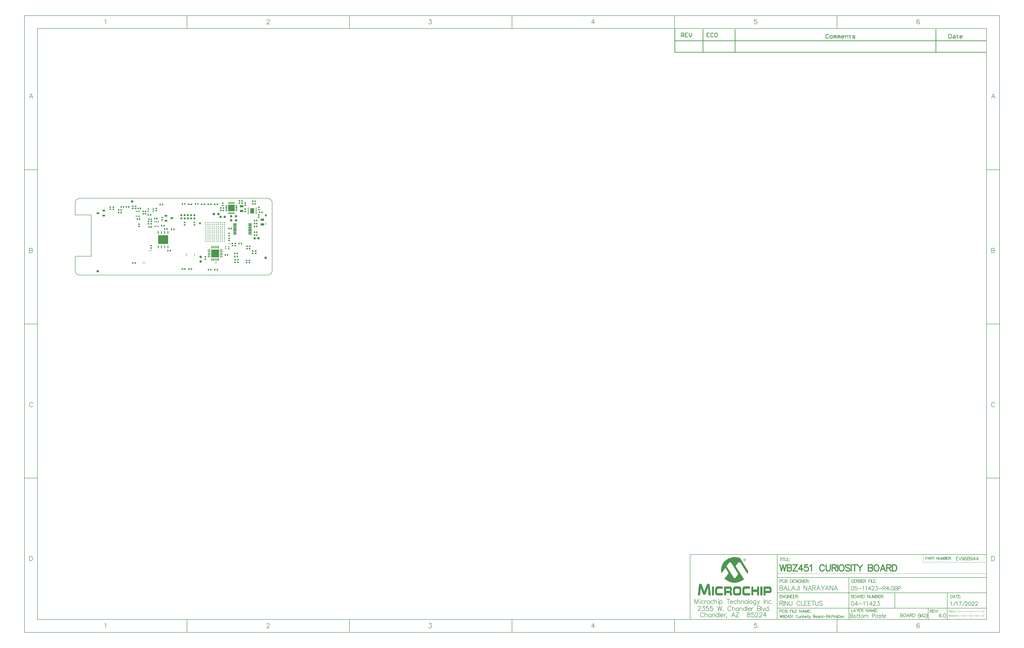
<source format=gbp>
G04*
G04 #@! TF.GenerationSoftware,Altium Limited,Altium Designer,19.1.9 (167)*
G04*
G04 Layer_Color=128*
%FSLAX43Y43*%
%MOMM*%
G71*
G01*
G75*
%ADD11C,0.100*%
%ADD13C,0.254*%
%ADD15C,0.127*%
%ADD16C,0.200*%
%ADD18C,0.150*%
%ADD22C,0.178*%
%ADD23C,0.180*%
%ADD24C,0.381*%
G04:AMPARAMS|DCode=36|XSize=0.9mm|YSize=0.8mm|CornerRadius=0.2mm|HoleSize=0mm|Usage=FLASHONLY|Rotation=180.000|XOffset=0mm|YOffset=0mm|HoleType=Round|Shape=RoundedRectangle|*
%AMROUNDEDRECTD36*
21,1,0.900,0.400,0,0,180.0*
21,1,0.500,0.800,0,0,180.0*
1,1,0.400,-0.250,0.200*
1,1,0.400,0.250,0.200*
1,1,0.400,0.250,-0.200*
1,1,0.400,-0.250,-0.200*
%
%ADD36ROUNDEDRECTD36*%
G04:AMPARAMS|DCode=37|XSize=0.55mm|YSize=0.6mm|CornerRadius=0.138mm|HoleSize=0mm|Usage=FLASHONLY|Rotation=180.000|XOffset=0mm|YOffset=0mm|HoleType=Round|Shape=RoundedRectangle|*
%AMROUNDEDRECTD37*
21,1,0.550,0.325,0,0,180.0*
21,1,0.275,0.600,0,0,180.0*
1,1,0.275,-0.138,0.163*
1,1,0.275,0.138,0.163*
1,1,0.275,0.138,-0.163*
1,1,0.275,-0.138,-0.163*
%
%ADD37ROUNDEDRECTD37*%
%ADD41O,1.450X0.450*%
G04:AMPARAMS|DCode=48|XSize=0.275mm|YSize=0.3mm|CornerRadius=0.069mm|HoleSize=0mm|Usage=FLASHONLY|Rotation=180.000|XOffset=0mm|YOffset=0mm|HoleType=Round|Shape=RoundedRectangle|*
%AMROUNDEDRECTD48*
21,1,0.275,0.163,0,0,180.0*
21,1,0.138,0.300,0,0,180.0*
1,1,0.138,-0.069,0.081*
1,1,0.138,0.069,0.081*
1,1,0.138,0.069,-0.081*
1,1,0.138,-0.069,-0.081*
%
%ADD48ROUNDEDRECTD48*%
G04:AMPARAMS|DCode=49|XSize=0.55mm|YSize=0.6mm|CornerRadius=0.138mm|HoleSize=0mm|Usage=FLASHONLY|Rotation=90.000|XOffset=0mm|YOffset=0mm|HoleType=Round|Shape=RoundedRectangle|*
%AMROUNDEDRECTD49*
21,1,0.550,0.325,0,0,90.0*
21,1,0.275,0.600,0,0,90.0*
1,1,0.275,0.163,0.138*
1,1,0.275,0.163,-0.138*
1,1,0.275,-0.163,-0.138*
1,1,0.275,-0.163,0.138*
%
%ADD49ROUNDEDRECTD49*%
%ADD50R,1.050X0.650*%
G04:AMPARAMS|DCode=54|XSize=0.275mm|YSize=0.3mm|CornerRadius=0.069mm|HoleSize=0mm|Usage=FLASHONLY|Rotation=270.000|XOffset=0mm|YOffset=0mm|HoleType=Round|Shape=RoundedRectangle|*
%AMROUNDEDRECTD54*
21,1,0.275,0.163,0,0,270.0*
21,1,0.138,0.300,0,0,270.0*
1,1,0.138,-0.081,-0.069*
1,1,0.138,-0.081,0.069*
1,1,0.138,0.081,0.069*
1,1,0.138,0.081,-0.069*
%
%ADD54ROUNDEDRECTD54*%
%ADD56C,1.000*%
%ADD141C,0.800*%
%ADD173C,0.400*%
G04:AMPARAMS|DCode=174|XSize=0.9mm|YSize=0.8mm|CornerRadius=0.2mm|HoleSize=0mm|Usage=FLASHONLY|Rotation=270.000|XOffset=0mm|YOffset=0mm|HoleType=Round|Shape=RoundedRectangle|*
%AMROUNDEDRECTD174*
21,1,0.900,0.400,0,0,270.0*
21,1,0.500,0.800,0,0,270.0*
1,1,0.400,-0.200,-0.250*
1,1,0.400,-0.200,0.250*
1,1,0.400,0.200,0.250*
1,1,0.400,0.200,-0.250*
%
%ADD174ROUNDEDRECTD174*%
G04:AMPARAMS|DCode=175|XSize=1.4mm|YSize=0.9mm|CornerRadius=0.225mm|HoleSize=0mm|Usage=FLASHONLY|Rotation=0.000|XOffset=0mm|YOffset=0mm|HoleType=Round|Shape=RoundedRectangle|*
%AMROUNDEDRECTD175*
21,1,1.400,0.450,0,0,0.0*
21,1,0.950,0.900,0,0,0.0*
1,1,0.450,0.475,-0.225*
1,1,0.450,-0.475,-0.225*
1,1,0.450,-0.475,0.225*
1,1,0.450,0.475,0.225*
%
%ADD175ROUNDEDRECTD175*%
%ADD176C,0.800*%
%ADD177C,1.016*%
%ADD178R,0.650X0.500*%
%ADD179R,0.600X0.420*%
%ADD180R,4.000X3.400*%
%ADD181R,0.450X1.100*%
%ADD182R,0.300X0.730*%
%ADD183R,0.730X0.300*%
%ADD184R,2.500X2.500*%
%ADD185R,1.600X2.100*%
%ADD186R,0.600X0.350*%
%ADD187R,0.350X0.500*%
G04:AMPARAMS|DCode=188|XSize=0.43mm|YSize=0.5mm|CornerRadius=0.108mm|HoleSize=0mm|Usage=FLASHONLY|Rotation=180.000|XOffset=0mm|YOffset=0mm|HoleType=Round|Shape=RoundedRectangle|*
%AMROUNDEDRECTD188*
21,1,0.430,0.285,0,0,180.0*
21,1,0.215,0.500,0,0,180.0*
1,1,0.215,-0.108,0.142*
1,1,0.215,0.108,0.142*
1,1,0.215,0.108,-0.142*
1,1,0.215,-0.108,-0.142*
%
%ADD188ROUNDEDRECTD188*%
%ADD189R,3.150X3.150*%
%ADD190R,0.350X1.000*%
%ADD191R,1.000X0.350*%
%ADD192R,0.420X0.600*%
G36*
X261671Y-110862D02*
X261761Y-110877D01*
X261865Y-110921D01*
X261954Y-110981D01*
X262043Y-111085D01*
X262103Y-111204D01*
X262133Y-111383D01*
X262133Y-111412D01*
X262118Y-111472D01*
X262103Y-111561D01*
X262058Y-111665D01*
X261999Y-111770D01*
X261895Y-111859D01*
X261761Y-111933D01*
X261582Y-111963D01*
X261537Y-111963D01*
X261493Y-111948D01*
X261448Y-111948D01*
X261299Y-111889D01*
X261240Y-111859D01*
X261165Y-111799D01*
X261165Y-111784D01*
X261136Y-111770D01*
X261076Y-111680D01*
X261017Y-111546D01*
X261002Y-111472D01*
X260987Y-111383D01*
X260987Y-111368D01*
X260987Y-111338D01*
X261017Y-111249D01*
X261076Y-111130D01*
X261165Y-111011D01*
X261180Y-110996D01*
X261195Y-110981D01*
X261284Y-110921D01*
X261418Y-110877D01*
X261493Y-110847D01*
X261612Y-110847D01*
X261671Y-110862D01*
X261671Y-110862D02*
G37*
G36*
X258055Y-110356D02*
X258174Y-110356D01*
X258457Y-110400D01*
X258769Y-110445D01*
X259127Y-110520D01*
X259484Y-110624D01*
X259826Y-110772D01*
X262996Y-115803D01*
X262996Y-115817D01*
X262996Y-115847D01*
X262981Y-115892D01*
X262981Y-115966D01*
X262951Y-116130D01*
X262907Y-116353D01*
X262907Y-116368D01*
X262892Y-116398D01*
X262877Y-116457D01*
X262862Y-116547D01*
X262847Y-116636D01*
X262817Y-116740D01*
X262743Y-116978D01*
X259990Y-112662D01*
X259975Y-112648D01*
X259960Y-112618D01*
X259915Y-112558D01*
X259856Y-112499D01*
X259781Y-112439D01*
X259692Y-112380D01*
X259603Y-112350D01*
X259499Y-112335D01*
X259454Y-112335D01*
X259409Y-112350D01*
X259350Y-112380D01*
X259275Y-112410D01*
X259201Y-112469D01*
X259127Y-112543D01*
X259037Y-112648D01*
X258115Y-113913D01*
X261359Y-119002D01*
X261344Y-119017D01*
X261284Y-119062D01*
X261195Y-119136D01*
X261076Y-119211D01*
X260927Y-119330D01*
X260749Y-119434D01*
X260540Y-119568D01*
X260317Y-119687D01*
X260049Y-119821D01*
X259766Y-119955D01*
X259454Y-120059D01*
X259127Y-120163D01*
X258769Y-120252D01*
X258397Y-120327D01*
X258010Y-120371D01*
X257609Y-120386D01*
X257504Y-120386D01*
X257400Y-120371D01*
X257237Y-120356D01*
X257043Y-120342D01*
X256820Y-120297D01*
X256582Y-120252D01*
X256299Y-120178D01*
X256016Y-120089D01*
X255704Y-119984D01*
X255391Y-119850D01*
X255064Y-119687D01*
X254736Y-119493D01*
X254409Y-119285D01*
X254096Y-119032D01*
X253784Y-118734D01*
X255153Y-116844D01*
X255168Y-116829D01*
X255183Y-116785D01*
X255213Y-116695D01*
X255227Y-116621D01*
X255242Y-116547D01*
X255242Y-116517D01*
X255227Y-116442D01*
X255183Y-116309D01*
X255094Y-116145D01*
X254082Y-114567D01*
X252579Y-116666D01*
X252579Y-116651D01*
X252579Y-116636D01*
X252549Y-116547D01*
X252519Y-116428D01*
X252489Y-116249D01*
X252459Y-116041D01*
X252430Y-115817D01*
X252415Y-115550D01*
X252400Y-115282D01*
X252400Y-115252D01*
X252400Y-115192D01*
X252415Y-115088D01*
X252430Y-114954D01*
X252445Y-114776D01*
X252474Y-114582D01*
X252519Y-114359D01*
X252579Y-114121D01*
X252653Y-113868D01*
X252757Y-113585D01*
X252876Y-113302D01*
X253010Y-113020D01*
X253174Y-112737D01*
X253367Y-112439D01*
X253590Y-112157D01*
X253843Y-111889D01*
X253858Y-111874D01*
X253918Y-111814D01*
X254007Y-111740D01*
X254126Y-111651D01*
X254275Y-111531D01*
X254469Y-111398D01*
X254677Y-111264D01*
X254915Y-111115D01*
X255183Y-110966D01*
X255480Y-110832D01*
X255808Y-110698D01*
X256150Y-110579D01*
X256522Y-110490D01*
X256909Y-110400D01*
X257326Y-110356D01*
X257757Y-110341D01*
X257951Y-110341D01*
X258055Y-110356D01*
X258055Y-110356D02*
G37*
G36*
X263308Y-121815D02*
X263383Y-121815D01*
X263427Y-121830D01*
X263442Y-121830D01*
X263472Y-121845D01*
X263561Y-121889D01*
X263621Y-121934D01*
X263665Y-121993D01*
X263710Y-122083D01*
X263740Y-122172D01*
X263740Y-122187D01*
X263740Y-122202D01*
X263755Y-122246D01*
X263755Y-122321D01*
X263755Y-122395D01*
X263770Y-122485D01*
X263770Y-122604D01*
X263770Y-122738D01*
X261895Y-122693D01*
X261880Y-122693D01*
X261835Y-122708D01*
X261761Y-122723D01*
X261686Y-122767D01*
X261597Y-122857D01*
X261537Y-122976D01*
X261478Y-123139D01*
X261463Y-123258D01*
X261463Y-123377D01*
X261463Y-123764D01*
X261463Y-123794D01*
X261463Y-123869D01*
X261493Y-123988D01*
X261523Y-124107D01*
X261567Y-124226D01*
X261642Y-124345D01*
X261746Y-124419D01*
X261805Y-124434D01*
X261880Y-124449D01*
X263799Y-124449D01*
X263799Y-124479D01*
X263799Y-124538D01*
X263799Y-124628D01*
X263785Y-124747D01*
X263770Y-124851D01*
X263755Y-124970D01*
X263725Y-125059D01*
X263695Y-125133D01*
X263695Y-125148D01*
X263665Y-125163D01*
X263621Y-125193D01*
X263561Y-125223D01*
X263487Y-125267D01*
X263368Y-125297D01*
X263234Y-125312D01*
X263055Y-125327D01*
X261656Y-125327D01*
X261537Y-125312D01*
X261403Y-125282D01*
X261255Y-125238D01*
X261106Y-125163D01*
X260972Y-125074D01*
X260868Y-124955D01*
X260868Y-124940D01*
X260838Y-124895D01*
X260823Y-124836D01*
X260793Y-124747D01*
X260764Y-124613D01*
X260734Y-124464D01*
X260719Y-124300D01*
X260704Y-124092D01*
X260704Y-123065D01*
X260704Y-123050D01*
X260704Y-123020D01*
X260704Y-122976D01*
X260704Y-122916D01*
X260734Y-122767D01*
X260764Y-122589D01*
X260808Y-122395D01*
X260883Y-122217D01*
X260987Y-122053D01*
X261121Y-121934D01*
X261136Y-121934D01*
X261165Y-121919D01*
X261210Y-121889D01*
X261284Y-121859D01*
X261374Y-121845D01*
X261493Y-121815D01*
X261612Y-121800D01*
X263130Y-121800D01*
X263308Y-121815D01*
X263308Y-121815D02*
G37*
G36*
X267237Y-125297D02*
X266493Y-125297D01*
X266493Y-123988D01*
X264945Y-123988D01*
X264945Y-125297D01*
X264261Y-125297D01*
X264261Y-121830D01*
X264945Y-121830D01*
X264945Y-123065D01*
X266493Y-123065D01*
X266493Y-121830D01*
X267237Y-121830D01*
X267237Y-125297D01*
X267237Y-125297D02*
G37*
G36*
X247534Y-120714D02*
X247593Y-120728D01*
X247682Y-120758D01*
X247757Y-120833D01*
X247831Y-120922D01*
X247891Y-121056D01*
X247921Y-121234D01*
X248382Y-125297D01*
X247519Y-125297D01*
X247281Y-122380D01*
X247266Y-122380D01*
X246373Y-124717D01*
X246373Y-124732D01*
X246343Y-124776D01*
X246298Y-124836D01*
X246254Y-124910D01*
X246179Y-124985D01*
X246090Y-125044D01*
X245971Y-125089D01*
X245852Y-125104D01*
X245792Y-125104D01*
X245718Y-125089D01*
X245644Y-125059D01*
X245554Y-125014D01*
X245465Y-124940D01*
X245376Y-124851D01*
X245316Y-124717D01*
X244438Y-122425D01*
X244423Y-122425D01*
X244170Y-125297D01*
X243322Y-125297D01*
X243768Y-121190D01*
X243768Y-121175D01*
X243783Y-121115D01*
X243813Y-121041D01*
X243843Y-120937D01*
X243902Y-120848D01*
X243992Y-120773D01*
X244096Y-120714D01*
X244230Y-120699D01*
X244304Y-120699D01*
X244379Y-120728D01*
X244483Y-120758D01*
X244572Y-120818D01*
X244676Y-120892D01*
X244780Y-121011D01*
X244855Y-121160D01*
X245837Y-123675D01*
X245852Y-123675D01*
X246849Y-121160D01*
X246864Y-121145D01*
X246879Y-121086D01*
X246923Y-121011D01*
X246998Y-120922D01*
X247087Y-120848D01*
X247191Y-120773D01*
X247325Y-120714D01*
X247474Y-120699D01*
X247489Y-120699D01*
X247534Y-120714D01*
X247534Y-120714D02*
G37*
G36*
X271359Y-121845D02*
X271464Y-121859D01*
X271598Y-121904D01*
X271746Y-121979D01*
X271865Y-122083D01*
X271984Y-122232D01*
X272059Y-122425D01*
X272059Y-122440D01*
X272074Y-122470D01*
X272074Y-122514D01*
X272089Y-122589D01*
X272104Y-122678D01*
X272104Y-122782D01*
X272118Y-122901D01*
X272118Y-123035D01*
X272118Y-123303D01*
X272118Y-123333D01*
X272118Y-123407D01*
X272104Y-123511D01*
X272089Y-123645D01*
X272029Y-123943D01*
X271984Y-124077D01*
X271910Y-124196D01*
X271910Y-124211D01*
X271880Y-124226D01*
X271791Y-124300D01*
X271642Y-124389D01*
X271553Y-124404D01*
X271449Y-124419D01*
X269722Y-124419D01*
X269722Y-125297D01*
X269008Y-125297D01*
X269008Y-121830D01*
X271285Y-121830D01*
X271359Y-121845D01*
X271359Y-121845D02*
G37*
G36*
X268547Y-125297D02*
X267743Y-125297D01*
X267743Y-121830D01*
X268547Y-121830D01*
X268547Y-125297D01*
X268547Y-125297D02*
G37*
G36*
X256046Y-121845D02*
X256165Y-121889D01*
X256284Y-121964D01*
X256344Y-122008D01*
X256403Y-122083D01*
X256463Y-122172D01*
X256522Y-122261D01*
X256567Y-122395D01*
X256597Y-122529D01*
X256626Y-122693D01*
X256626Y-122871D01*
X256626Y-123080D01*
X256626Y-123095D01*
X256626Y-123110D01*
X256626Y-123199D01*
X256612Y-123318D01*
X256582Y-123467D01*
X256537Y-123616D01*
X256463Y-123749D01*
X256373Y-123869D01*
X256239Y-123943D01*
X256239Y-123958D01*
X256254Y-123958D01*
X256299Y-123988D01*
X256359Y-124032D01*
X256433Y-124092D01*
X256507Y-124181D01*
X256567Y-124315D01*
X256612Y-124494D01*
X256626Y-124717D01*
X256626Y-125297D01*
X255897Y-125297D01*
X255897Y-124881D01*
X255897Y-124866D01*
X255897Y-124836D01*
X255897Y-124791D01*
X255897Y-124732D01*
X255882Y-124613D01*
X255882Y-124553D01*
X255867Y-124523D01*
X255853Y-124508D01*
X255808Y-124449D01*
X255733Y-124404D01*
X255614Y-124389D01*
X254320Y-124389D01*
X254320Y-125297D01*
X253590Y-125297D01*
X253590Y-121830D01*
X255972Y-121830D01*
X256046Y-121845D01*
X256046Y-121845D02*
G37*
G36*
X249632Y-125297D02*
X248813Y-125297D01*
X248813Y-121830D01*
X249632Y-121830D01*
X249632Y-125297D01*
X249632Y-125297D02*
G37*
G36*
X259469Y-121815D02*
X259603Y-121845D01*
X259737Y-121874D01*
X259871Y-121934D01*
X259990Y-122008D01*
X260079Y-122112D01*
X260094Y-122127D01*
X260109Y-122172D01*
X260153Y-122246D01*
X260198Y-122351D01*
X260228Y-122485D01*
X260272Y-122633D01*
X260287Y-122827D01*
X260302Y-123050D01*
X260302Y-124077D01*
X260302Y-124092D01*
X260302Y-124122D01*
X260302Y-124166D01*
X260302Y-124226D01*
X260272Y-124389D01*
X260243Y-124583D01*
X260183Y-124791D01*
X260094Y-124985D01*
X259960Y-125148D01*
X259885Y-125208D01*
X259796Y-125253D01*
X259781Y-125253D01*
X259766Y-125267D01*
X259722Y-125282D01*
X259662Y-125282D01*
X259588Y-125297D01*
X259499Y-125312D01*
X259275Y-125327D01*
X257996Y-125327D01*
X257891Y-125312D01*
X257772Y-125282D01*
X257623Y-125238D01*
X257490Y-125178D01*
X257356Y-125104D01*
X257251Y-124985D01*
X257237Y-124970D01*
X257222Y-124925D01*
X257192Y-124866D01*
X257162Y-124761D01*
X257117Y-124642D01*
X257088Y-124479D01*
X257073Y-124300D01*
X257058Y-124077D01*
X257058Y-123050D01*
X257058Y-123035D01*
X257058Y-123005D01*
X257058Y-122946D01*
X257073Y-122886D01*
X257088Y-122708D01*
X257132Y-122514D01*
X257207Y-122291D01*
X257311Y-122098D01*
X257370Y-122023D01*
X257460Y-121949D01*
X257549Y-121889D01*
X257653Y-121845D01*
X257668Y-121845D01*
X257683Y-121830D01*
X257772Y-121815D01*
X257921Y-121800D01*
X259380Y-121800D01*
X259469Y-121815D01*
X259469Y-121815D02*
G37*
G36*
X252400Y-121815D02*
X252579Y-121815D01*
X252727Y-121830D01*
X252861Y-121845D01*
X252906Y-121859D01*
X252936Y-121874D01*
X252951Y-121874D01*
X252965Y-121904D01*
X252995Y-121949D01*
X253040Y-122023D01*
X253070Y-122127D01*
X253099Y-122276D01*
X253114Y-122455D01*
X253129Y-122693D01*
X251224Y-122693D01*
X251150Y-122708D01*
X251046Y-122752D01*
X250942Y-122827D01*
X250927Y-122857D01*
X250912Y-122886D01*
X250882Y-122946D01*
X250867Y-123020D01*
X250837Y-123110D01*
X250822Y-123229D01*
X250822Y-123377D01*
X250822Y-123764D01*
X250822Y-123779D01*
X250822Y-123824D01*
X250822Y-123898D01*
X250837Y-123973D01*
X250852Y-124151D01*
X250867Y-124226D01*
X250882Y-124285D01*
X250897Y-124315D01*
X250956Y-124360D01*
X251075Y-124419D01*
X251150Y-124434D01*
X251239Y-124449D01*
X253174Y-124449D01*
X253174Y-124464D01*
X253174Y-124523D01*
X253174Y-124613D01*
X253159Y-124717D01*
X253129Y-124940D01*
X253099Y-125029D01*
X253070Y-125104D01*
X253070Y-125119D01*
X253040Y-125133D01*
X252995Y-125178D01*
X252936Y-125208D01*
X252861Y-125253D01*
X252742Y-125297D01*
X252608Y-125312D01*
X252430Y-125327D01*
X251031Y-125327D01*
X250927Y-125312D01*
X250808Y-125297D01*
X250659Y-125253D01*
X250525Y-125208D01*
X250406Y-125133D01*
X250302Y-125044D01*
X250287Y-125029D01*
X250272Y-124985D01*
X250227Y-124925D01*
X250183Y-124821D01*
X250138Y-124687D01*
X250108Y-124523D01*
X250078Y-124315D01*
X250063Y-124077D01*
X250063Y-123050D01*
X250063Y-123035D01*
X250063Y-123005D01*
X250063Y-122946D01*
X250078Y-122871D01*
X250108Y-122693D01*
X250153Y-122470D01*
X250242Y-122261D01*
X250361Y-122053D01*
X250450Y-121979D01*
X250540Y-121904D01*
X250659Y-121845D01*
X250778Y-121815D01*
X250808Y-121815D01*
X250867Y-121800D01*
X252236Y-121800D01*
X252400Y-121815D01*
X252400Y-121815D02*
G37*
%LPC*%
G36*
X261582Y-110936D02*
X261508Y-110936D01*
X261418Y-110966D01*
X261329Y-110996D01*
X261240Y-111040D01*
X261150Y-111130D01*
X261091Y-111234D01*
X261076Y-111383D01*
X261076Y-111398D01*
X261076Y-111412D01*
X261091Y-111502D01*
X261136Y-111621D01*
X261225Y-111740D01*
X261255Y-111755D01*
X261329Y-111799D01*
X261433Y-111859D01*
X261582Y-111874D01*
X261597Y-111874D01*
X261656Y-111859D01*
X261731Y-111844D01*
X261820Y-111814D01*
X261895Y-111755D01*
X261969Y-111665D01*
X262029Y-111546D01*
X262043Y-111383D01*
X262043Y-111368D01*
X262043Y-111308D01*
X262014Y-111234D01*
X261984Y-111159D01*
X261924Y-111070D01*
X261850Y-111011D01*
X261731Y-110951D01*
X261582Y-110936D01*
X261582Y-110936D02*
G37*
%LPD*%
G36*
X261701Y-111100D02*
X261790Y-111145D01*
X261805Y-111204D01*
X261820Y-111264D01*
X261820Y-111293D01*
X261805Y-111353D01*
X261746Y-111427D01*
X261716Y-111442D01*
X261656Y-111457D01*
X261835Y-111740D01*
X261731Y-111740D01*
X261552Y-111457D01*
X261448Y-111457D01*
X261448Y-111740D01*
X261344Y-111740D01*
X261344Y-111070D01*
X261627Y-111070D01*
X261701Y-111100D01*
X261701Y-111100D02*
G37*
%LPC*%
G36*
X261612Y-111159D02*
X261448Y-111159D01*
X261448Y-111368D01*
X261627Y-111368D01*
X261671Y-111353D01*
X261701Y-111323D01*
X261716Y-111264D01*
X261716Y-111249D01*
X261701Y-111204D01*
X261671Y-111174D01*
X261612Y-111159D01*
X261612Y-111159D02*
G37*
G36*
X255927Y-112320D02*
X255882Y-112320D01*
X255838Y-112335D01*
X255778Y-112365D01*
X255704Y-112395D01*
X255614Y-112454D01*
X255540Y-112529D01*
X255451Y-112633D01*
X254543Y-113898D01*
X257251Y-118169D01*
X257266Y-118184D01*
X257296Y-118228D01*
X257341Y-118288D01*
X257400Y-118362D01*
X257460Y-118437D01*
X257534Y-118496D01*
X257623Y-118541D01*
X257698Y-118556D01*
X257743Y-118556D01*
X257787Y-118541D01*
X257862Y-118526D01*
X257936Y-118481D01*
X258010Y-118437D01*
X258085Y-118362D01*
X258159Y-118273D01*
X259112Y-116919D01*
X256403Y-112648D01*
X256388Y-112633D01*
X256373Y-112603D01*
X256329Y-112543D01*
X256269Y-112484D01*
X256195Y-112424D01*
X256120Y-112365D01*
X256031Y-112335D01*
X255927Y-112320D01*
X255927Y-112320D02*
G37*
G36*
X271092Y-122678D02*
X269722Y-122678D01*
X269722Y-123556D01*
X271166Y-123556D01*
X271211Y-123541D01*
X271255Y-123511D01*
X271285Y-123467D01*
X271330Y-123407D01*
X271345Y-123318D01*
X271359Y-123199D01*
X271359Y-123065D01*
X271359Y-123050D01*
X271359Y-123005D01*
X271345Y-122946D01*
X271330Y-122871D01*
X271300Y-122797D01*
X271240Y-122738D01*
X271181Y-122693D01*
X271092Y-122678D01*
X271092Y-122678D02*
G37*
G36*
X255585Y-122678D02*
X254320Y-122678D01*
X254320Y-123541D01*
X255704Y-123541D01*
X255748Y-123526D01*
X255808Y-123496D01*
X255853Y-123452D01*
X255897Y-123377D01*
X255927Y-123288D01*
X255942Y-123169D01*
X255942Y-123065D01*
X255942Y-123050D01*
X255942Y-123005D01*
X255927Y-122946D01*
X255897Y-122871D01*
X255853Y-122797D01*
X255793Y-122738D01*
X255704Y-122693D01*
X255585Y-122678D01*
X255585Y-122678D02*
G37*
G36*
X259186Y-122678D02*
X258219Y-122678D01*
X258129Y-122693D01*
X258010Y-122752D01*
X257951Y-122782D01*
X257906Y-122842D01*
X257891Y-122871D01*
X257876Y-122916D01*
X257862Y-122961D01*
X257832Y-123035D01*
X257817Y-123124D01*
X257802Y-123243D01*
X257802Y-123377D01*
X257802Y-123764D01*
X257802Y-123779D01*
X257802Y-123824D01*
X257802Y-123898D01*
X257817Y-123973D01*
X257832Y-124151D01*
X257847Y-124241D01*
X257876Y-124300D01*
X257891Y-124330D01*
X257951Y-124375D01*
X258055Y-124419D01*
X258204Y-124449D01*
X259156Y-124449D01*
X259216Y-124434D01*
X259290Y-124419D01*
X259365Y-124360D01*
X259454Y-124285D01*
X259513Y-124166D01*
X259573Y-123988D01*
X259588Y-123883D01*
X259588Y-123764D01*
X259588Y-123377D01*
X259588Y-123363D01*
X259588Y-123318D01*
X259588Y-123243D01*
X259573Y-123169D01*
X259528Y-122991D01*
X259484Y-122901D01*
X259439Y-122842D01*
X259439Y-122827D01*
X259409Y-122812D01*
X259350Y-122752D01*
X259246Y-122708D01*
X259186Y-122678D01*
X259186Y-122678D02*
G37*
%LPD*%
D11*
X274322Y-116797D02*
X356142Y-116797D01*
X331322Y-112297D02*
X331322Y-109297D01*
X356142Y-112297D02*
X356142Y-112297D01*
X331322Y-112297D02*
X356142Y-112297D01*
X350022Y-131897D02*
X350022Y-131297D01*
X352482Y-133932D02*
X352482Y-132662D01*
X349942Y-133932D02*
X349942Y-132662D01*
X347402Y-133932D02*
X347402Y-132662D01*
X355022Y-133932D02*
X355022Y-132662D01*
X344862Y-133932D02*
X344862Y-132662D01*
X344862Y-133297D02*
X355022Y-133297D01*
X355022Y-132097D02*
X355022Y-131097D01*
X345022Y-132097D02*
X345022Y-131097D01*
X345022Y-131597D02*
X355022Y-131597D01*
X341555Y-132897D02*
X341222Y-133364D01*
X341722Y-133364D01*
X341555Y-132897D02*
X341555Y-133597D01*
X342045Y-132897D02*
X341945Y-132931D01*
X341879Y-133031D01*
X341845Y-133197D01*
X341845Y-133297D01*
X341879Y-133464D01*
X341945Y-133564D01*
X342045Y-133597D01*
X342112Y-133597D01*
X342212Y-133564D01*
X342278Y-133464D01*
X342312Y-133297D01*
X342312Y-133197D01*
X342278Y-133031D01*
X342212Y-132931D01*
X342112Y-132897D01*
X342045Y-132897D01*
X342668Y-132897D02*
X342568Y-132931D01*
X342502Y-133031D01*
X342468Y-133197D01*
X342468Y-133297D01*
X342502Y-133464D01*
X342568Y-133564D01*
X342668Y-133597D01*
X342735Y-133597D01*
X342835Y-133564D01*
X342902Y-133464D01*
X342935Y-133297D01*
X342935Y-133197D01*
X342902Y-133031D01*
X342835Y-132931D01*
X342735Y-132897D01*
X342668Y-132897D01*
X343092Y-133131D02*
X343092Y-133597D01*
X343092Y-133264D02*
X343192Y-133164D01*
X343258Y-133131D01*
X343358Y-133131D01*
X343425Y-133164D01*
X343458Y-133264D01*
X343458Y-133597D01*
X343458Y-133264D02*
X343558Y-133164D01*
X343625Y-133131D01*
X343725Y-133131D01*
X343791Y-133164D01*
X343825Y-133264D01*
X343825Y-133597D01*
X344111Y-132897D02*
X344145Y-132931D01*
X344178Y-132897D01*
X344145Y-132864D01*
X344111Y-132897D01*
X344145Y-133131D02*
X344145Y-133597D01*
X344301Y-132897D02*
X344301Y-133597D01*
X341322Y-131331D02*
X341389Y-131297D01*
X341489Y-131197D01*
X341489Y-131897D01*
X342035Y-131197D02*
X341935Y-131231D01*
X341869Y-131331D01*
X341835Y-131497D01*
X341835Y-131597D01*
X341869Y-131764D01*
X341935Y-131864D01*
X342035Y-131897D01*
X342102Y-131897D01*
X342202Y-131864D01*
X342268Y-131764D01*
X342302Y-131597D01*
X342302Y-131497D01*
X342268Y-131331D01*
X342202Y-131231D01*
X342102Y-131197D01*
X342035Y-131197D01*
X342458Y-131431D02*
X342458Y-131897D01*
X342458Y-131564D02*
X342558Y-131464D01*
X342625Y-131431D01*
X342725Y-131431D01*
X342792Y-131464D01*
X342825Y-131564D01*
X342825Y-131897D01*
X342825Y-131564D02*
X342925Y-131464D01*
X342992Y-131431D01*
X343092Y-131431D01*
X343158Y-131464D01*
X343192Y-131564D01*
X343192Y-131897D01*
X343412Y-131431D02*
X343412Y-131897D01*
X343412Y-131564D02*
X343512Y-131464D01*
X343578Y-131431D01*
X343678Y-131431D01*
X343745Y-131464D01*
X343778Y-131564D01*
X343778Y-131897D01*
X343778Y-131564D02*
X343878Y-131464D01*
X343945Y-131431D01*
X344045Y-131431D01*
X344111Y-131464D01*
X344145Y-131564D01*
X344145Y-131897D01*
D13*
X245322Y87203D02*
X245322Y91703D01*
X336322Y87203D02*
X336322Y91703D01*
X234322Y87203D02*
X355822Y87203D01*
X234322Y87203D02*
X234322Y91703D01*
X336322Y91703D02*
X336322Y96203D01*
X257822Y91703D02*
X257822Y96203D01*
X245322Y91703D02*
X245322Y96203D01*
X234322Y91703D02*
X355822Y91703D01*
X234322Y91703D02*
X234322Y96203D01*
X257822Y87203D02*
X257822Y91703D01*
X341322Y94226D02*
X341322Y92703D01*
X342084Y92703D01*
X342338Y92957D01*
X342338Y93972D01*
X342084Y94226D01*
X341322Y94226D01*
X343099Y93718D02*
X343607Y93718D01*
X343861Y93465D01*
X343861Y92703D01*
X343099Y92703D01*
X342846Y92957D01*
X343099Y93211D01*
X343861Y93211D01*
X344623Y93972D02*
X344623Y93718D01*
X344369Y93718D01*
X344877Y93718D01*
X344623Y93718D01*
X344623Y92957D01*
X344877Y92703D01*
X346400Y92703D02*
X345893Y92703D01*
X345639Y92957D01*
X345639Y93465D01*
X345893Y93718D01*
X346400Y93718D01*
X346654Y93465D01*
X346654Y93211D01*
X345639Y93211D01*
X294338Y93972D02*
X294084Y94226D01*
X293576Y94226D01*
X293322Y93972D01*
X293322Y92957D01*
X293576Y92703D01*
X294084Y92703D01*
X294338Y92957D01*
X295099Y92703D02*
X295607Y92703D01*
X295861Y92957D01*
X295861Y93465D01*
X295607Y93718D01*
X295099Y93718D01*
X294846Y93465D01*
X294846Y92957D01*
X295099Y92703D01*
X296369Y92703D02*
X296369Y93718D01*
X296623Y93718D01*
X296877Y93465D01*
X296877Y92703D01*
X296877Y93465D01*
X297131Y93718D01*
X297385Y93465D01*
X297385Y92703D01*
X297893Y92703D02*
X297893Y93718D01*
X298146Y93718D01*
X298400Y93465D01*
X298400Y92703D01*
X298400Y93465D01*
X298654Y93718D01*
X298908Y93465D01*
X298908Y92703D01*
X300178Y92703D02*
X299670Y92703D01*
X299416Y92957D01*
X299416Y93465D01*
X299670Y93718D01*
X300178Y93718D01*
X300432Y93465D01*
X300432Y93211D01*
X299416Y93211D01*
X300940Y92703D02*
X300940Y93718D01*
X301701Y93718D01*
X301955Y93465D01*
X301955Y92703D01*
X302717Y93972D02*
X302717Y93718D01*
X302463Y93718D01*
X302971Y93718D01*
X302717Y93718D01*
X302717Y92957D01*
X302971Y92703D01*
X303733Y92703D02*
X304494Y92703D01*
X304748Y92957D01*
X304494Y93211D01*
X303987Y93211D01*
X303733Y93465D01*
X303987Y93718D01*
X304748Y93718D01*
X247838Y94726D02*
X246822Y94726D01*
X246822Y93203D01*
X247838Y93203D01*
X246822Y93965D02*
X247330Y93965D01*
X249361Y94472D02*
X249107Y94726D01*
X248599Y94726D01*
X248346Y94472D01*
X248346Y93457D01*
X248599Y93203D01*
X249107Y93203D01*
X249361Y93457D01*
X250631Y94726D02*
X250123Y94726D01*
X249869Y94472D01*
X249869Y93457D01*
X250123Y93203D01*
X250631Y93203D01*
X250885Y93457D01*
X250885Y94472D01*
X250631Y94726D01*
X236822Y93203D02*
X236822Y94726D01*
X237584Y94726D01*
X237838Y94472D01*
X237838Y93965D01*
X237584Y93711D01*
X236822Y93711D01*
X237330Y93711D02*
X237838Y93203D01*
X239361Y94726D02*
X238346Y94726D01*
X238346Y93203D01*
X239361Y93203D01*
X238346Y93965D02*
X238853Y93965D01*
X239869Y94726D02*
X239869Y93711D01*
X240377Y93203D01*
X240885Y93711D01*
X240885Y94726D01*
D15*
X1734Y29999D02*
G03*
X0Y28264I0J-1734D01*
G01*
X77000Y28146D02*
G03*
X75147Y29999I-1853J0D01*
G01*
X75283Y0D02*
G03*
X77000Y1717I0J1717D01*
G01*
X0Y1649D02*
G03*
X1649Y0I1649J0D01*
G01*
X-1Y7341D02*
X6274Y7341D01*
X-1Y1702D02*
X-1Y7341D01*
X6274Y7341D02*
X6274Y23495D01*
X0Y23495D02*
X6274Y23495D01*
X0Y23495D02*
X0Y28264D01*
X1649Y-0D02*
X75283Y0D01*
X1734Y29999D02*
X75147Y29999D01*
X77000Y1717D02*
X77000Y28146D01*
X274322Y-134717D02*
X274322Y-109297D01*
X240322Y-134717D02*
X240322Y-109297D01*
X356142Y-109297D01*
X297722Y96423D02*
X297722Y101503D01*
X234222Y96423D02*
X234222Y101503D01*
X170722Y96423D02*
X170722Y101503D01*
X107222Y96423D02*
X107222Y101503D01*
X-14698Y96423D02*
X356142Y96423D01*
X-19778Y101503D02*
X361222Y101503D01*
X43722Y96423D02*
X43722Y101503D01*
X356142Y-134717D02*
X356142Y96423D01*
X361222Y-139797D02*
X361222Y101503D01*
X356142Y41178D02*
X361222Y41178D01*
X356142Y-19147D02*
X361222Y-19147D01*
X356142Y-79472D02*
X361222Y-79472D01*
X297722Y-139797D02*
X297722Y-134717D01*
X234222Y-139797D02*
X234222Y-134717D01*
X170722Y-139797D02*
X170722Y-134717D01*
X107222Y-139797D02*
X107222Y-134717D01*
X356142Y-134717D02*
X356142Y-104237D01*
X-19778Y-139797D02*
X-19778Y101503D01*
X-19778Y-139797D02*
X361222Y-139797D01*
X-14698Y-134717D02*
X-14698Y96423D01*
X-14698Y-134717D02*
X356142Y-134717D01*
X-19778Y41178D02*
X-14698Y41178D01*
X-19778Y-19147D02*
X-14698Y-19147D01*
X-19778Y-79472D02*
X-14698Y-79472D01*
X43722Y-139797D02*
X43722Y-134717D01*
X206282Y-134717D02*
X241842Y-134717D01*
X274322Y-130297D02*
X356142Y-130297D01*
X274322Y-124297D02*
X356142Y-124297D01*
X340822Y-134717D02*
X340822Y-124297D01*
X302322Y-134717D02*
X302322Y-118297D01*
X274322Y-118297D02*
X356142Y-118297D01*
X320322Y-130297D02*
X320322Y-124297D01*
X333322Y-134717D02*
X333322Y-130297D01*
X304138Y-119427D02*
X304084Y-119318D01*
X303975Y-119209D01*
X303866Y-119154D01*
X303648Y-119154D01*
X303540Y-119209D01*
X303431Y-119318D01*
X303376Y-119427D01*
X303322Y-119590D01*
X303322Y-119862D01*
X303376Y-120025D01*
X303431Y-120134D01*
X303540Y-120243D01*
X303648Y-120297D01*
X303866Y-120297D01*
X303975Y-120243D01*
X304084Y-120134D01*
X304138Y-120025D01*
X304138Y-119862D01*
X303866Y-119862D02*
X304138Y-119862D01*
X305107Y-119154D02*
X304399Y-119154D01*
X304399Y-120297D01*
X305107Y-120297D01*
X304399Y-119699D02*
X304835Y-119699D01*
X305297Y-119154D02*
X305297Y-120297D01*
X305297Y-119154D02*
X305787Y-119154D01*
X305950Y-119209D01*
X306005Y-119263D01*
X306059Y-119372D01*
X306059Y-119481D01*
X306005Y-119590D01*
X305950Y-119644D01*
X305787Y-119699D01*
X305297Y-119699D01*
X305678Y-119699D02*
X306059Y-120297D01*
X306315Y-119154D02*
X306315Y-120297D01*
X306315Y-119154D02*
X306805Y-119154D01*
X306968Y-119209D01*
X307022Y-119263D01*
X307077Y-119372D01*
X307077Y-119481D01*
X307022Y-119590D01*
X306968Y-119644D01*
X306805Y-119699D01*
X306315Y-119699D02*
X306805Y-119699D01*
X306968Y-119753D01*
X307022Y-119807D01*
X307077Y-119916D01*
X307077Y-120080D01*
X307022Y-120188D01*
X306968Y-120243D01*
X306805Y-120297D01*
X306315Y-120297D01*
X308040Y-119154D02*
X307333Y-119154D01*
X307333Y-120297D01*
X308040Y-120297D01*
X307333Y-119699D02*
X307768Y-119699D01*
X308230Y-119154D02*
X308230Y-120297D01*
X308230Y-119154D02*
X308720Y-119154D01*
X308883Y-119209D01*
X308938Y-119263D01*
X308992Y-119372D01*
X308992Y-119481D01*
X308938Y-119590D01*
X308883Y-119644D01*
X308720Y-119699D01*
X308230Y-119699D01*
X308611Y-119699D02*
X308992Y-120297D01*
X310146Y-119154D02*
X310146Y-120297D01*
X310146Y-119154D02*
X310853Y-119154D01*
X310146Y-119699D02*
X310581Y-119699D01*
X310984Y-119154D02*
X310984Y-120297D01*
X311223Y-119154D02*
X311223Y-120297D01*
X311876Y-120297D01*
X312709Y-119154D02*
X312001Y-119154D01*
X312001Y-120297D01*
X312709Y-120297D01*
X312001Y-119699D02*
X312437Y-119699D01*
X312954Y-119535D02*
X312899Y-119590D01*
X312954Y-119644D01*
X313008Y-119590D01*
X312954Y-119535D01*
X312954Y-120188D02*
X312899Y-120243D01*
X312954Y-120297D01*
X313008Y-120243D01*
X312954Y-120188D01*
X275322Y-133031D02*
X275564Y-134047D01*
X275806Y-133031D02*
X275564Y-134047D01*
X275806Y-133031D02*
X276048Y-134047D01*
X276289Y-133031D02*
X276048Y-134047D01*
X276493Y-133031D02*
X276493Y-134047D01*
X276493Y-133031D02*
X276928Y-133031D01*
X277073Y-133080D01*
X277121Y-133128D01*
X277170Y-133225D01*
X277170Y-133322D01*
X277121Y-133418D01*
X277073Y-133467D01*
X276928Y-133515D01*
X276493Y-133515D02*
X276928Y-133515D01*
X277073Y-133563D01*
X277121Y-133612D01*
X277170Y-133709D01*
X277170Y-133854D01*
X277121Y-133950D01*
X277073Y-133999D01*
X276928Y-134047D01*
X276493Y-134047D01*
X278074Y-133031D02*
X277397Y-134047D01*
X277397Y-133031D02*
X278074Y-133031D01*
X277397Y-134047D02*
X278074Y-134047D01*
X278785Y-133031D02*
X278302Y-133709D01*
X279027Y-133709D01*
X278785Y-133031D02*
X278785Y-134047D01*
X279787Y-133031D02*
X279303Y-133031D01*
X279255Y-133467D01*
X279303Y-133418D01*
X279448Y-133370D01*
X279593Y-133370D01*
X279738Y-133418D01*
X279835Y-133515D01*
X279883Y-133660D01*
X279883Y-133757D01*
X279835Y-133902D01*
X279738Y-133999D01*
X279593Y-134047D01*
X279448Y-134047D01*
X279303Y-133999D01*
X279255Y-133950D01*
X279206Y-133854D01*
X280111Y-133225D02*
X280207Y-133177D01*
X280353Y-133031D01*
X280353Y-134047D01*
X282379Y-133273D02*
X282331Y-133177D01*
X282234Y-133080D01*
X282137Y-133031D01*
X281944Y-133031D01*
X281847Y-133080D01*
X281750Y-133177D01*
X281702Y-133273D01*
X281654Y-133418D01*
X281654Y-133660D01*
X281702Y-133805D01*
X281750Y-133902D01*
X281847Y-133999D01*
X281944Y-134047D01*
X282137Y-134047D01*
X282234Y-133999D01*
X282331Y-133902D01*
X282379Y-133805D01*
X282665Y-133370D02*
X282665Y-133854D01*
X282713Y-133999D01*
X282810Y-134047D01*
X282955Y-134047D01*
X283052Y-133999D01*
X283197Y-133854D01*
X283197Y-133370D02*
X283197Y-134047D01*
X283463Y-133370D02*
X283463Y-134047D01*
X283463Y-133660D02*
X283511Y-133515D01*
X283608Y-133418D01*
X283705Y-133370D01*
X283850Y-133370D01*
X284038Y-133031D02*
X284087Y-133080D01*
X284135Y-133031D01*
X284087Y-132983D01*
X284038Y-133031D01*
X284087Y-133370D02*
X284087Y-134047D01*
X284556Y-133370D02*
X284459Y-133418D01*
X284362Y-133515D01*
X284314Y-133660D01*
X284314Y-133757D01*
X284362Y-133902D01*
X284459Y-133999D01*
X284556Y-134047D01*
X284701Y-134047D01*
X284798Y-133999D01*
X284895Y-133902D01*
X284943Y-133757D01*
X284943Y-133660D01*
X284895Y-133515D01*
X284798Y-133418D01*
X284701Y-133370D01*
X284556Y-133370D01*
X285697Y-133515D02*
X285649Y-133418D01*
X285504Y-133370D01*
X285359Y-133370D01*
X285214Y-133418D01*
X285165Y-133515D01*
X285214Y-133612D01*
X285311Y-133660D01*
X285552Y-133709D01*
X285649Y-133757D01*
X285697Y-133854D01*
X285697Y-133902D01*
X285649Y-133999D01*
X285504Y-134047D01*
X285359Y-134047D01*
X285214Y-133999D01*
X285165Y-133902D01*
X286007Y-133031D02*
X286055Y-133080D01*
X286104Y-133031D01*
X286055Y-132983D01*
X286007Y-133031D01*
X286055Y-133370D02*
X286055Y-134047D01*
X286428Y-133031D02*
X286428Y-133854D01*
X286476Y-133999D01*
X286573Y-134047D01*
X286670Y-134047D01*
X286283Y-133370D02*
X286621Y-133370D01*
X286863Y-133370D02*
X287153Y-134047D01*
X287444Y-133370D02*
X287153Y-134047D01*
X287057Y-134241D01*
X286960Y-134337D01*
X286863Y-134386D01*
X286815Y-134386D01*
X288411Y-133031D02*
X288411Y-134047D01*
X288411Y-133031D02*
X288846Y-133031D01*
X288992Y-133080D01*
X289040Y-133128D01*
X289088Y-133225D01*
X289088Y-133322D01*
X289040Y-133418D01*
X288992Y-133467D01*
X288846Y-133515D01*
X288411Y-133515D02*
X288846Y-133515D01*
X288992Y-133563D01*
X289040Y-133612D01*
X289088Y-133709D01*
X289088Y-133854D01*
X289040Y-133950D01*
X288992Y-133999D01*
X288846Y-134047D01*
X288411Y-134047D01*
X289557Y-133370D02*
X289461Y-133418D01*
X289364Y-133515D01*
X289316Y-133660D01*
X289316Y-133757D01*
X289364Y-133902D01*
X289461Y-133999D01*
X289557Y-134047D01*
X289703Y-134047D01*
X289799Y-133999D01*
X289896Y-133902D01*
X289944Y-133757D01*
X289944Y-133660D01*
X289896Y-133515D01*
X289799Y-133418D01*
X289703Y-133370D01*
X289557Y-133370D01*
X290747Y-133370D02*
X290747Y-134047D01*
X290747Y-133515D02*
X290651Y-133418D01*
X290554Y-133370D01*
X290409Y-133370D01*
X290312Y-133418D01*
X290215Y-133515D01*
X290167Y-133660D01*
X290167Y-133757D01*
X290215Y-133902D01*
X290312Y-133999D01*
X290409Y-134047D01*
X290554Y-134047D01*
X290651Y-133999D01*
X290747Y-133902D01*
X291018Y-133370D02*
X291018Y-134047D01*
X291018Y-133660D02*
X291067Y-133515D01*
X291163Y-133418D01*
X291260Y-133370D01*
X291405Y-133370D01*
X292078Y-133031D02*
X292078Y-134047D01*
X292078Y-133515D02*
X291981Y-133418D01*
X291884Y-133370D01*
X291739Y-133370D01*
X291642Y-133418D01*
X291546Y-133515D01*
X291497Y-133660D01*
X291497Y-133757D01*
X291546Y-133902D01*
X291642Y-133999D01*
X291739Y-134047D01*
X291884Y-134047D01*
X291981Y-133999D01*
X292078Y-133902D01*
X292348Y-133612D02*
X293219Y-133612D01*
X293519Y-133031D02*
X293519Y-134047D01*
X293519Y-133031D02*
X293954Y-133031D01*
X294099Y-133080D01*
X294148Y-133128D01*
X294196Y-133225D01*
X294196Y-133322D01*
X294148Y-133418D01*
X294099Y-133467D01*
X293954Y-133515D01*
X293519Y-133515D01*
X293858Y-133515D02*
X294196Y-134047D01*
X294907Y-133031D02*
X294424Y-133709D01*
X295149Y-133709D01*
X294907Y-133031D02*
X294907Y-134047D01*
X295376Y-133950D02*
X295328Y-133999D01*
X295376Y-134047D01*
X295425Y-133999D01*
X295376Y-133950D01*
X295647Y-133563D02*
X296083Y-133563D01*
X296228Y-133515D01*
X296276Y-133467D01*
X296325Y-133370D01*
X296325Y-133225D01*
X296276Y-133128D01*
X296228Y-133080D01*
X296083Y-133031D01*
X295647Y-133031D01*
X295647Y-134047D01*
X297132Y-133515D02*
X297036Y-133418D01*
X296939Y-133370D01*
X296794Y-133370D01*
X296697Y-133418D01*
X296600Y-133515D01*
X296552Y-133660D01*
X296552Y-133757D01*
X296600Y-133902D01*
X296697Y-133999D01*
X296794Y-134047D01*
X296939Y-134047D01*
X297036Y-133999D01*
X297132Y-133902D01*
X297350Y-133031D02*
X297350Y-134047D01*
X297350Y-133515D02*
X297447Y-133418D01*
X297543Y-133370D01*
X297689Y-133370D01*
X297785Y-133418D01*
X297882Y-133515D01*
X297930Y-133660D01*
X297930Y-133757D01*
X297882Y-133902D01*
X297785Y-133999D01*
X297689Y-134047D01*
X297543Y-134047D01*
X297447Y-133999D01*
X297350Y-133902D01*
X298148Y-133031D02*
X298148Y-134047D01*
X298148Y-133031D02*
X298487Y-133031D01*
X298632Y-133080D01*
X298729Y-133177D01*
X298777Y-133273D01*
X298825Y-133418D01*
X298825Y-133660D01*
X298777Y-133805D01*
X298729Y-133902D01*
X298632Y-133999D01*
X298487Y-134047D01*
X298148Y-134047D01*
X299294Y-133370D02*
X299198Y-133418D01*
X299101Y-133515D01*
X299053Y-133660D01*
X299053Y-133757D01*
X299101Y-133902D01*
X299198Y-133999D01*
X299294Y-134047D01*
X299440Y-134047D01*
X299536Y-133999D01*
X299633Y-133902D01*
X299681Y-133757D01*
X299681Y-133660D01*
X299633Y-133515D01*
X299536Y-133418D01*
X299440Y-133370D01*
X299294Y-133370D01*
X300484Y-133515D02*
X300388Y-133418D01*
X300291Y-133370D01*
X300146Y-133370D01*
X300049Y-133418D01*
X299952Y-133515D01*
X299904Y-133660D01*
X299904Y-133757D01*
X299952Y-133902D01*
X300049Y-133999D01*
X300146Y-134047D01*
X300291Y-134047D01*
X300388Y-133999D01*
X300484Y-133902D01*
X276029Y-125154D02*
X275322Y-125154D01*
X275322Y-126297D01*
X276029Y-126297D01*
X275322Y-125699D02*
X275757Y-125699D01*
X276220Y-125154D02*
X276220Y-126297D01*
X276220Y-125154D02*
X276982Y-126297D01*
X276982Y-125154D02*
X276982Y-126297D01*
X278114Y-125427D02*
X278059Y-125318D01*
X277950Y-125209D01*
X277842Y-125154D01*
X277624Y-125154D01*
X277515Y-125209D01*
X277406Y-125318D01*
X277352Y-125427D01*
X277297Y-125590D01*
X277297Y-125862D01*
X277352Y-126025D01*
X277406Y-126134D01*
X277515Y-126243D01*
X277624Y-126297D01*
X277842Y-126297D01*
X277950Y-126243D01*
X278059Y-126134D01*
X278114Y-126025D01*
X278114Y-125862D01*
X277842Y-125862D02*
X278114Y-125862D01*
X278375Y-125154D02*
X278375Y-126297D01*
X278614Y-125154D02*
X278614Y-126297D01*
X278614Y-125154D02*
X279376Y-126297D01*
X279376Y-125154D02*
X279376Y-126297D01*
X280399Y-125154D02*
X279692Y-125154D01*
X279692Y-126297D01*
X280399Y-126297D01*
X279692Y-125699D02*
X280127Y-125699D01*
X281297Y-125154D02*
X280590Y-125154D01*
X280590Y-126297D01*
X281297Y-126297D01*
X280590Y-125699D02*
X281025Y-125699D01*
X281487Y-125154D02*
X281487Y-126297D01*
X281487Y-125154D02*
X281977Y-125154D01*
X282140Y-125209D01*
X282195Y-125263D01*
X282249Y-125372D01*
X282249Y-125481D01*
X282195Y-125590D01*
X282140Y-125644D01*
X281977Y-125699D01*
X281487Y-125699D01*
X281868Y-125699D02*
X282249Y-126297D01*
X282559Y-125535D02*
X282505Y-125590D01*
X282559Y-125644D01*
X282614Y-125590D01*
X282559Y-125535D01*
X282559Y-126188D02*
X282505Y-126243D01*
X282559Y-126297D01*
X282614Y-126243D01*
X282559Y-126188D01*
X275703Y-110654D02*
X275703Y-111797D01*
X275322Y-110654D02*
X276084Y-110654D01*
X276220Y-110654D02*
X276220Y-111797D01*
X276840Y-110654D02*
X276840Y-111797D01*
X276459Y-110654D02*
X277221Y-110654D01*
X277357Y-110654D02*
X277357Y-111797D01*
X278010Y-111797D01*
X278843Y-110654D02*
X278135Y-110654D01*
X278135Y-111797D01*
X278843Y-111797D01*
X278135Y-111199D02*
X278571Y-111199D01*
X279088Y-111035D02*
X279033Y-111090D01*
X279088Y-111144D01*
X279142Y-111090D01*
X279088Y-111035D01*
X279088Y-111688D02*
X279033Y-111743D01*
X279088Y-111797D01*
X279142Y-111743D01*
X279088Y-111688D01*
X275322Y-119753D02*
X275812Y-119753D01*
X275975Y-119699D01*
X276029Y-119644D01*
X276084Y-119535D01*
X276084Y-119372D01*
X276029Y-119263D01*
X275975Y-119209D01*
X275812Y-119154D01*
X275322Y-119154D01*
X275322Y-120297D01*
X277156Y-119427D02*
X277101Y-119318D01*
X276993Y-119209D01*
X276884Y-119154D01*
X276666Y-119154D01*
X276557Y-119209D01*
X276448Y-119318D01*
X276394Y-119427D01*
X276340Y-119590D01*
X276340Y-119862D01*
X276394Y-120025D01*
X276448Y-120134D01*
X276557Y-120243D01*
X276666Y-120297D01*
X276884Y-120297D01*
X276993Y-120243D01*
X277101Y-120134D01*
X277156Y-120025D01*
X277477Y-119154D02*
X277477Y-120297D01*
X277477Y-119154D02*
X277967Y-119154D01*
X278130Y-119209D01*
X278184Y-119263D01*
X278239Y-119372D01*
X278239Y-119481D01*
X278184Y-119590D01*
X278130Y-119644D01*
X277967Y-119699D01*
X277477Y-119699D02*
X277967Y-119699D01*
X278130Y-119753D01*
X278184Y-119807D01*
X278239Y-119916D01*
X278239Y-120080D01*
X278184Y-120188D01*
X278130Y-120243D01*
X277967Y-120297D01*
X277477Y-120297D01*
X279392Y-119154D02*
X279392Y-120297D01*
X279392Y-119154D02*
X279773Y-119154D01*
X279937Y-119209D01*
X280045Y-119318D01*
X280100Y-119427D01*
X280154Y-119590D01*
X280154Y-119862D01*
X280100Y-120025D01*
X280045Y-120134D01*
X279937Y-120243D01*
X279773Y-120297D01*
X279392Y-120297D01*
X281117Y-119154D02*
X280410Y-119154D01*
X280410Y-120297D01*
X281117Y-120297D01*
X280410Y-119699D02*
X280845Y-119699D01*
X282070Y-119318D02*
X281961Y-119209D01*
X281798Y-119154D01*
X281580Y-119154D01*
X281417Y-119209D01*
X281308Y-119318D01*
X281308Y-119427D01*
X281362Y-119535D01*
X281417Y-119590D01*
X281526Y-119644D01*
X281852Y-119753D01*
X281961Y-119807D01*
X282015Y-119862D01*
X282070Y-119971D01*
X282070Y-120134D01*
X281961Y-120243D01*
X281798Y-120297D01*
X281580Y-120297D01*
X281417Y-120243D01*
X281308Y-120134D01*
X282325Y-119154D02*
X282325Y-120297D01*
X283381Y-119427D02*
X283327Y-119318D01*
X283218Y-119209D01*
X283109Y-119154D01*
X282891Y-119154D01*
X282783Y-119209D01*
X282674Y-119318D01*
X282619Y-119427D01*
X282565Y-119590D01*
X282565Y-119862D01*
X282619Y-120025D01*
X282674Y-120134D01*
X282783Y-120243D01*
X282891Y-120297D01*
X283109Y-120297D01*
X283218Y-120243D01*
X283327Y-120134D01*
X283381Y-120025D01*
X283381Y-119862D01*
X283109Y-119862D02*
X283381Y-119862D01*
X283642Y-119154D02*
X283642Y-120297D01*
X283642Y-119154D02*
X284404Y-120297D01*
X284404Y-119154D02*
X284404Y-120297D01*
X285427Y-119154D02*
X284720Y-119154D01*
X284720Y-120297D01*
X285427Y-120297D01*
X284720Y-119699D02*
X285155Y-119699D01*
X285618Y-119154D02*
X285618Y-120297D01*
X285618Y-119154D02*
X286107Y-119154D01*
X286271Y-119209D01*
X286325Y-119263D01*
X286380Y-119372D01*
X286380Y-119481D01*
X286325Y-119590D01*
X286271Y-119644D01*
X286107Y-119699D01*
X285618Y-119699D01*
X285999Y-119699D02*
X286380Y-120297D01*
X286690Y-119535D02*
X286635Y-119590D01*
X286690Y-119644D01*
X286744Y-119590D01*
X286690Y-119535D01*
X286690Y-120188D02*
X286635Y-120243D01*
X286690Y-120297D01*
X286744Y-120243D01*
X286690Y-120188D01*
X275322Y-131503D02*
X275812Y-131503D01*
X275975Y-131449D01*
X276029Y-131394D01*
X276084Y-131285D01*
X276084Y-131122D01*
X276029Y-131013D01*
X275975Y-130959D01*
X275812Y-130904D01*
X275322Y-130904D01*
X275322Y-132047D01*
X277156Y-131177D02*
X277101Y-131068D01*
X276993Y-130959D01*
X276884Y-130904D01*
X276666Y-130904D01*
X276557Y-130959D01*
X276448Y-131068D01*
X276394Y-131177D01*
X276340Y-131340D01*
X276340Y-131612D01*
X276394Y-131775D01*
X276448Y-131884D01*
X276557Y-131993D01*
X276666Y-132047D01*
X276884Y-132047D01*
X276993Y-131993D01*
X277101Y-131884D01*
X277156Y-131775D01*
X277477Y-130904D02*
X277477Y-132047D01*
X277477Y-130904D02*
X277967Y-130904D01*
X278130Y-130959D01*
X278184Y-131013D01*
X278239Y-131122D01*
X278239Y-131231D01*
X278184Y-131340D01*
X278130Y-131394D01*
X277967Y-131449D01*
X277477Y-131449D02*
X277967Y-131449D01*
X278130Y-131503D01*
X278184Y-131557D01*
X278239Y-131666D01*
X278239Y-131830D01*
X278184Y-131938D01*
X278130Y-131993D01*
X277967Y-132047D01*
X277477Y-132047D01*
X279392Y-130904D02*
X279392Y-132047D01*
X279392Y-130904D02*
X280100Y-130904D01*
X279392Y-131449D02*
X279828Y-131449D01*
X280230Y-130904D02*
X280230Y-132047D01*
X280470Y-130904D02*
X280470Y-132047D01*
X281123Y-132047D01*
X281955Y-130904D02*
X281248Y-130904D01*
X281248Y-132047D01*
X281955Y-132047D01*
X281248Y-131449D02*
X281683Y-131449D01*
X283044Y-130904D02*
X283044Y-132047D01*
X283044Y-130904D02*
X283806Y-132047D01*
X283806Y-130904D02*
X283806Y-132047D01*
X284992Y-132047D02*
X284557Y-130904D01*
X284121Y-132047D01*
X284284Y-131666D02*
X284829Y-131666D01*
X285259Y-130904D02*
X285259Y-132047D01*
X285259Y-130904D02*
X285694Y-132047D01*
X286129Y-130904D02*
X285694Y-132047D01*
X286129Y-130904D02*
X286129Y-132047D01*
X287163Y-130904D02*
X286456Y-130904D01*
X286456Y-132047D01*
X287163Y-132047D01*
X286456Y-131449D02*
X286891Y-131449D01*
X287408Y-131285D02*
X287354Y-131340D01*
X287408Y-131394D01*
X287462Y-131340D01*
X287408Y-131285D01*
X287408Y-131938D02*
X287354Y-131993D01*
X287408Y-132047D01*
X287462Y-131993D01*
X287408Y-131938D01*
X303322Y-125154D02*
X303322Y-126297D01*
X303322Y-125154D02*
X303812Y-125154D01*
X303975Y-125209D01*
X304029Y-125263D01*
X304084Y-125372D01*
X304084Y-125481D01*
X304029Y-125590D01*
X303975Y-125644D01*
X303812Y-125699D01*
X303322Y-125699D02*
X303812Y-125699D01*
X303975Y-125753D01*
X304029Y-125807D01*
X304084Y-125916D01*
X304084Y-126080D01*
X304029Y-126188D01*
X303975Y-126243D01*
X303812Y-126297D01*
X303322Y-126297D01*
X304666Y-125154D02*
X304557Y-125209D01*
X304448Y-125318D01*
X304394Y-125427D01*
X304340Y-125590D01*
X304340Y-125862D01*
X304394Y-126025D01*
X304448Y-126134D01*
X304557Y-126243D01*
X304666Y-126297D01*
X304884Y-126297D01*
X304993Y-126243D01*
X305101Y-126134D01*
X305156Y-126025D01*
X305210Y-125862D01*
X305210Y-125590D01*
X305156Y-125427D01*
X305101Y-125318D01*
X304993Y-125209D01*
X304884Y-125154D01*
X304666Y-125154D01*
X306348Y-126297D02*
X305912Y-125154D01*
X305477Y-126297D01*
X305640Y-125916D02*
X306184Y-125916D01*
X306614Y-125154D02*
X306614Y-126297D01*
X306614Y-125154D02*
X307104Y-125154D01*
X307267Y-125209D01*
X307322Y-125263D01*
X307376Y-125372D01*
X307376Y-125481D01*
X307322Y-125590D01*
X307267Y-125644D01*
X307104Y-125699D01*
X306614Y-125699D01*
X306995Y-125699D02*
X307376Y-126297D01*
X307632Y-125154D02*
X307632Y-126297D01*
X307632Y-125154D02*
X308013Y-125154D01*
X308176Y-125209D01*
X308285Y-125318D01*
X308339Y-125427D01*
X308394Y-125590D01*
X308394Y-125862D01*
X308339Y-126025D01*
X308285Y-126134D01*
X308176Y-126243D01*
X308013Y-126297D01*
X307632Y-126297D01*
X309547Y-125154D02*
X309547Y-126297D01*
X309547Y-125154D02*
X310309Y-126297D01*
X310309Y-125154D02*
X310309Y-126297D01*
X310625Y-125154D02*
X310625Y-125971D01*
X310679Y-126134D01*
X310788Y-126243D01*
X310951Y-126297D01*
X311060Y-126297D01*
X311223Y-126243D01*
X311332Y-126134D01*
X311387Y-125971D01*
X311387Y-125154D01*
X311702Y-125154D02*
X311702Y-126297D01*
X311702Y-125154D02*
X312138Y-126297D01*
X312573Y-125154D02*
X312138Y-126297D01*
X312573Y-125154D02*
X312573Y-126297D01*
X312899Y-125154D02*
X312899Y-126297D01*
X312899Y-125154D02*
X313389Y-125154D01*
X313552Y-125209D01*
X313607Y-125263D01*
X313661Y-125372D01*
X313661Y-125481D01*
X313607Y-125590D01*
X313552Y-125644D01*
X313389Y-125699D01*
X312899Y-125699D02*
X313389Y-125699D01*
X313552Y-125753D01*
X313607Y-125807D01*
X313661Y-125916D01*
X313661Y-126080D01*
X313607Y-126188D01*
X313552Y-126243D01*
X313389Y-126297D01*
X312899Y-126297D01*
X314624Y-125154D02*
X313917Y-125154D01*
X313917Y-126297D01*
X314624Y-126297D01*
X313917Y-125699D02*
X314352Y-125699D01*
X314815Y-125154D02*
X314815Y-126297D01*
X314815Y-125154D02*
X315305Y-125154D01*
X315468Y-125209D01*
X315522Y-125263D01*
X315577Y-125372D01*
X315577Y-125481D01*
X315522Y-125590D01*
X315468Y-125644D01*
X315305Y-125699D01*
X314815Y-125699D01*
X315196Y-125699D02*
X315577Y-126297D01*
X315887Y-125535D02*
X315832Y-125590D01*
X315887Y-125644D01*
X315941Y-125590D01*
X315887Y-125535D01*
X315887Y-126188D02*
X315832Y-126243D01*
X315887Y-126297D01*
X315941Y-126243D01*
X315887Y-126188D01*
X342022Y-125154D02*
X342022Y-126297D01*
X342022Y-125154D02*
X342403Y-125154D01*
X342566Y-125209D01*
X342675Y-125318D01*
X342729Y-125427D01*
X342784Y-125590D01*
X342784Y-125862D01*
X342729Y-126025D01*
X342675Y-126134D01*
X342566Y-126243D01*
X342403Y-126297D01*
X342022Y-126297D01*
X343910Y-126297D02*
X343475Y-125154D01*
X343040Y-126297D01*
X343203Y-125916D02*
X343747Y-125916D01*
X344558Y-125154D02*
X344558Y-126297D01*
X344177Y-125154D02*
X344939Y-125154D01*
X345782Y-125154D02*
X345075Y-125154D01*
X345075Y-126297D01*
X345782Y-126297D01*
X345075Y-125699D02*
X345510Y-125699D01*
X346027Y-125535D02*
X345973Y-125590D01*
X346027Y-125644D01*
X346082Y-125590D01*
X346027Y-125535D01*
X346027Y-126188D02*
X345973Y-126243D01*
X346027Y-126297D01*
X346082Y-126243D01*
X346027Y-126188D01*
X303322Y-130654D02*
X303322Y-131797D01*
X303975Y-131797D01*
X304971Y-131797D02*
X304535Y-130654D01*
X304100Y-131797D01*
X304263Y-131416D02*
X304808Y-131416D01*
X305237Y-130654D02*
X305673Y-131199D01*
X305673Y-131797D01*
X306108Y-130654D02*
X305673Y-131199D01*
X306962Y-130654D02*
X306255Y-130654D01*
X306255Y-131797D01*
X306962Y-131797D01*
X306255Y-131199D02*
X306690Y-131199D01*
X307153Y-130654D02*
X307153Y-131797D01*
X307153Y-130654D02*
X307643Y-130654D01*
X307806Y-130709D01*
X307860Y-130763D01*
X307915Y-130872D01*
X307915Y-130981D01*
X307860Y-131090D01*
X307806Y-131144D01*
X307643Y-131199D01*
X307153Y-131199D01*
X307534Y-131199D02*
X307915Y-131797D01*
X309068Y-130654D02*
X309068Y-131797D01*
X309068Y-130654D02*
X309830Y-131797D01*
X309830Y-130654D02*
X309830Y-131797D01*
X311017Y-131797D02*
X310581Y-130654D01*
X310146Y-131797D01*
X310309Y-131416D02*
X310853Y-131416D01*
X311283Y-130654D02*
X311283Y-131797D01*
X311283Y-130654D02*
X311719Y-131797D01*
X312154Y-130654D02*
X311719Y-131797D01*
X312154Y-130654D02*
X312154Y-131797D01*
X313188Y-130654D02*
X312480Y-130654D01*
X312480Y-131797D01*
X313188Y-131797D01*
X312480Y-131199D02*
X312916Y-131199D01*
X313433Y-131035D02*
X313378Y-131090D01*
X313433Y-131144D01*
X313487Y-131090D01*
X313433Y-131035D01*
X313433Y-131688D02*
X313378Y-131743D01*
X313433Y-131797D01*
X313487Y-131743D01*
X313433Y-131688D01*
X334072Y-130904D02*
X334072Y-132047D01*
X334072Y-130904D02*
X334562Y-130904D01*
X334725Y-130959D01*
X334779Y-131013D01*
X334834Y-131122D01*
X334834Y-131231D01*
X334779Y-131340D01*
X334725Y-131394D01*
X334562Y-131449D01*
X334072Y-131449D01*
X334453Y-131449D02*
X334834Y-132047D01*
X335797Y-130904D02*
X335090Y-130904D01*
X335090Y-132047D01*
X335797Y-132047D01*
X335090Y-131449D02*
X335525Y-131449D01*
X335987Y-130904D02*
X336423Y-132047D01*
X336858Y-130904D02*
X336423Y-132047D01*
X337059Y-131285D02*
X337005Y-131340D01*
X337059Y-131394D01*
X337114Y-131340D01*
X337059Y-131285D01*
X337059Y-131938D02*
X337005Y-131993D01*
X337059Y-132047D01*
X337114Y-131993D01*
X337059Y-131938D01*
D16*
X345108Y-110277D02*
X344322Y-110277D01*
X344322Y-111547D01*
X345108Y-111547D01*
X344322Y-110882D02*
X344806Y-110882D01*
X345320Y-110277D02*
X345803Y-111547D01*
X346287Y-110277D02*
X345803Y-111547D01*
X347236Y-110701D02*
X347176Y-110882D01*
X347055Y-111003D01*
X346874Y-111063D01*
X346813Y-111063D01*
X346632Y-111003D01*
X346511Y-110882D01*
X346450Y-110701D01*
X346450Y-110640D01*
X346511Y-110459D01*
X346632Y-110338D01*
X346813Y-110277D01*
X346874Y-110277D01*
X347055Y-110338D01*
X347176Y-110459D01*
X347236Y-110701D01*
X347236Y-111003D01*
X347176Y-111305D01*
X347055Y-111487D01*
X346874Y-111547D01*
X346753Y-111547D01*
X346571Y-111487D01*
X346511Y-111366D01*
X348307Y-110459D02*
X348246Y-110338D01*
X348065Y-110277D01*
X347944Y-110277D01*
X347762Y-110338D01*
X347641Y-110519D01*
X347581Y-110822D01*
X347581Y-111124D01*
X347641Y-111366D01*
X347762Y-111487D01*
X347944Y-111547D01*
X348004Y-111547D01*
X348186Y-111487D01*
X348307Y-111366D01*
X348367Y-111184D01*
X348367Y-111124D01*
X348307Y-110943D01*
X348186Y-110822D01*
X348004Y-110761D01*
X347944Y-110761D01*
X347762Y-110822D01*
X347641Y-110943D01*
X347581Y-111124D01*
X348645Y-110277D02*
X348645Y-111547D01*
X348645Y-110277D02*
X349189Y-110277D01*
X349371Y-110338D01*
X349431Y-110398D01*
X349492Y-110519D01*
X349492Y-110640D01*
X349431Y-110761D01*
X349371Y-110822D01*
X349189Y-110882D01*
X348645Y-110882D02*
X349189Y-110882D01*
X349371Y-110943D01*
X349431Y-111003D01*
X349492Y-111124D01*
X349492Y-111305D01*
X349431Y-111426D01*
X349371Y-111487D01*
X349189Y-111547D01*
X348645Y-111547D01*
X350562Y-110701D02*
X350501Y-110882D01*
X350380Y-111003D01*
X350199Y-111063D01*
X350139Y-111063D01*
X349957Y-111003D01*
X349836Y-110882D01*
X349776Y-110701D01*
X349776Y-110640D01*
X349836Y-110459D01*
X349957Y-110338D01*
X350139Y-110277D01*
X350199Y-110277D01*
X350380Y-110338D01*
X350501Y-110459D01*
X350562Y-110701D01*
X350562Y-111003D01*
X350501Y-111305D01*
X350380Y-111487D01*
X350199Y-111547D01*
X350078Y-111547D01*
X349897Y-111487D01*
X349836Y-111366D01*
X351511Y-110277D02*
X350906Y-111124D01*
X351813Y-111124D01*
X351511Y-110277D02*
X351511Y-111547D01*
X353005Y-111547D02*
X352521Y-110277D01*
X352037Y-111547D01*
X352219Y-111124D02*
X352823Y-111124D01*
D18*
X302822Y-132548D02*
X302822Y-134047D01*
X302822Y-132548D02*
X303465Y-132548D01*
X303679Y-132619D01*
X303750Y-132690D01*
X303822Y-132833D01*
X303822Y-132976D01*
X303750Y-133119D01*
X303679Y-133190D01*
X303465Y-133262D01*
X302822Y-133262D02*
X303465Y-133262D01*
X303679Y-133333D01*
X303750Y-133404D01*
X303822Y-133547D01*
X303822Y-133762D01*
X303750Y-133904D01*
X303679Y-133976D01*
X303465Y-134047D01*
X302822Y-134047D01*
X304514Y-133047D02*
X304372Y-133119D01*
X304229Y-133262D01*
X304157Y-133476D01*
X304157Y-133619D01*
X304229Y-133833D01*
X304372Y-133976D01*
X304514Y-134047D01*
X304729Y-134047D01*
X304872Y-133976D01*
X305014Y-133833D01*
X305086Y-133619D01*
X305086Y-133476D01*
X305014Y-133262D01*
X304872Y-133119D01*
X304729Y-133047D01*
X304514Y-133047D01*
X305629Y-132548D02*
X305629Y-133762D01*
X305700Y-133976D01*
X305843Y-134047D01*
X305986Y-134047D01*
X305414Y-133047D02*
X305914Y-133047D01*
X306414Y-132548D02*
X306414Y-133762D01*
X306486Y-133976D01*
X306628Y-134047D01*
X306771Y-134047D01*
X306200Y-133047D02*
X306700Y-133047D01*
X307342Y-133047D02*
X307200Y-133119D01*
X307057Y-133262D01*
X306985Y-133476D01*
X306985Y-133619D01*
X307057Y-133833D01*
X307200Y-133976D01*
X307342Y-134047D01*
X307557Y-134047D01*
X307700Y-133976D01*
X307842Y-133833D01*
X307914Y-133619D01*
X307914Y-133476D01*
X307842Y-133262D01*
X307700Y-133119D01*
X307557Y-133047D01*
X307342Y-133047D01*
X308242Y-133047D02*
X308242Y-134047D01*
X308242Y-133333D02*
X308457Y-133119D01*
X308599Y-133047D01*
X308814Y-133047D01*
X308956Y-133119D01*
X309028Y-133333D01*
X309028Y-134047D01*
X309028Y-133333D02*
X309242Y-133119D01*
X309385Y-133047D01*
X309599Y-133047D01*
X309742Y-133119D01*
X309813Y-133333D01*
X309813Y-134047D01*
X311463Y-133333D02*
X312106Y-133333D01*
X312320Y-133262D01*
X312391Y-133190D01*
X312463Y-133047D01*
X312463Y-132833D01*
X312391Y-132690D01*
X312320Y-132619D01*
X312106Y-132548D01*
X311463Y-132548D01*
X311463Y-134047D01*
X313655Y-133047D02*
X313655Y-134047D01*
X313655Y-133262D02*
X313513Y-133119D01*
X313370Y-133047D01*
X313155Y-133047D01*
X313013Y-133119D01*
X312870Y-133262D01*
X312798Y-133476D01*
X312798Y-133619D01*
X312870Y-133833D01*
X313013Y-133976D01*
X313155Y-134047D01*
X313370Y-134047D01*
X313513Y-133976D01*
X313655Y-133833D01*
X314841Y-133262D02*
X314769Y-133119D01*
X314555Y-133047D01*
X314341Y-133047D01*
X314127Y-133119D01*
X314055Y-133262D01*
X314127Y-133404D01*
X314270Y-133476D01*
X314627Y-133547D01*
X314769Y-133619D01*
X314841Y-133762D01*
X314841Y-133833D01*
X314769Y-133976D01*
X314555Y-134047D01*
X314341Y-134047D01*
X314127Y-133976D01*
X314055Y-133833D01*
X315369Y-132548D02*
X315369Y-133762D01*
X315441Y-133976D01*
X315584Y-134047D01*
X315726Y-134047D01*
X315155Y-133047D02*
X315655Y-133047D01*
X315941Y-133476D02*
X316798Y-133476D01*
X316798Y-133333D01*
X316726Y-133190D01*
X316655Y-133119D01*
X316512Y-133047D01*
X316298Y-133047D01*
X316155Y-133119D01*
X316012Y-133262D01*
X315941Y-133476D01*
X315941Y-133619D01*
X316012Y-133833D01*
X316155Y-133976D01*
X316298Y-134047D01*
X316512Y-134047D01*
X316655Y-133976D01*
X316798Y-133833D01*
X322518Y-132525D02*
X322518Y-133795D01*
X322518Y-132525D02*
X323062Y-132525D01*
X323243Y-132586D01*
X323304Y-132646D01*
X323364Y-132767D01*
X323364Y-132888D01*
X323304Y-133009D01*
X323243Y-133070D01*
X323062Y-133130D01*
X322518Y-133130D02*
X323062Y-133130D01*
X323243Y-133190D01*
X323304Y-133251D01*
X323364Y-133372D01*
X323364Y-133553D01*
X323304Y-133674D01*
X323243Y-133735D01*
X323062Y-133795D01*
X322518Y-133795D01*
X324011Y-132525D02*
X323890Y-132586D01*
X323769Y-132707D01*
X323709Y-132828D01*
X323648Y-133009D01*
X323648Y-133311D01*
X323709Y-133493D01*
X323769Y-133614D01*
X323890Y-133735D01*
X324011Y-133795D01*
X324253Y-133795D01*
X324374Y-133735D01*
X324495Y-133614D01*
X324555Y-133493D01*
X324616Y-133311D01*
X324616Y-133009D01*
X324555Y-132828D01*
X324495Y-132707D01*
X324374Y-132586D01*
X324253Y-132525D01*
X324011Y-132525D01*
X325879Y-133795D02*
X325396Y-132525D01*
X324912Y-133795D01*
X325093Y-133372D02*
X325698Y-133372D01*
X326176Y-132525D02*
X326176Y-133795D01*
X326176Y-132525D02*
X326720Y-132525D01*
X326901Y-132586D01*
X326962Y-132646D01*
X327022Y-132767D01*
X327022Y-132888D01*
X326962Y-133009D01*
X326901Y-133070D01*
X326720Y-133130D01*
X326176Y-133130D01*
X326599Y-133130D02*
X327022Y-133795D01*
X327306Y-132525D02*
X327306Y-133795D01*
X327306Y-132525D02*
X327729Y-132525D01*
X327911Y-132586D01*
X328032Y-132707D01*
X328092Y-132828D01*
X328153Y-133009D01*
X328153Y-133311D01*
X328092Y-133493D01*
X328032Y-133614D01*
X327911Y-133735D01*
X327729Y-133795D01*
X327306Y-133795D01*
X329858Y-132284D02*
X329737Y-132404D01*
X329616Y-132586D01*
X329495Y-132828D01*
X329435Y-133130D01*
X329435Y-133372D01*
X329495Y-133674D01*
X329616Y-133916D01*
X329737Y-134097D01*
X329858Y-134218D01*
X329737Y-132404D02*
X329616Y-132646D01*
X329555Y-132828D01*
X329495Y-133130D01*
X329495Y-133372D01*
X329555Y-133674D01*
X329616Y-133856D01*
X329737Y-134097D01*
X330100Y-132525D02*
X330100Y-133795D01*
X330100Y-132525D02*
X330583Y-133795D01*
X331067Y-132525D02*
X330583Y-133795D01*
X331067Y-132525D02*
X331067Y-133795D01*
X331490Y-132828D02*
X331490Y-132767D01*
X331551Y-132646D01*
X331611Y-132586D01*
X331732Y-132525D01*
X331974Y-132525D01*
X332095Y-132586D01*
X332155Y-132646D01*
X332216Y-132767D01*
X332216Y-132888D01*
X332155Y-133009D01*
X332034Y-133190D01*
X331430Y-133795D01*
X332276Y-133795D01*
X332560Y-132284D02*
X332681Y-132404D01*
X332802Y-132586D01*
X332923Y-132828D01*
X332984Y-133130D01*
X332984Y-133372D01*
X332923Y-133674D01*
X332802Y-133916D01*
X332681Y-134097D01*
X332560Y-134218D01*
X332681Y-132404D02*
X332802Y-132646D01*
X332863Y-132828D01*
X332923Y-133130D01*
X332923Y-133372D01*
X332863Y-133674D01*
X332802Y-133856D01*
X332681Y-134097D01*
X342022Y-128083D02*
X342165Y-128012D01*
X342379Y-127798D01*
X342379Y-129297D01*
X343122Y-129511D02*
X344122Y-127798D01*
X344222Y-128083D02*
X344364Y-128012D01*
X344579Y-127798D01*
X344579Y-129297D01*
X346321Y-127798D02*
X345607Y-129297D01*
X345321Y-127798D02*
X346321Y-127798D01*
X346657Y-129511D02*
X347657Y-127798D01*
X347828Y-128155D02*
X347828Y-128083D01*
X347899Y-127940D01*
X347971Y-127869D01*
X348114Y-127798D01*
X348399Y-127798D01*
X348542Y-127869D01*
X348613Y-127940D01*
X348685Y-128083D01*
X348685Y-128226D01*
X348613Y-128369D01*
X348471Y-128583D01*
X347757Y-129297D01*
X348756Y-129297D01*
X349520Y-127798D02*
X349306Y-127869D01*
X349163Y-128083D01*
X349092Y-128440D01*
X349092Y-128654D01*
X349163Y-129012D01*
X349306Y-129226D01*
X349520Y-129297D01*
X349663Y-129297D01*
X349877Y-129226D01*
X350020Y-129012D01*
X350092Y-128654D01*
X350092Y-128440D01*
X350020Y-128083D01*
X349877Y-127869D01*
X349663Y-127798D01*
X349520Y-127798D01*
X350499Y-128155D02*
X350499Y-128083D01*
X350570Y-127940D01*
X350642Y-127869D01*
X350784Y-127798D01*
X351070Y-127798D01*
X351213Y-127869D01*
X351284Y-127940D01*
X351356Y-128083D01*
X351356Y-128226D01*
X351284Y-128369D01*
X351141Y-128583D01*
X350427Y-129297D01*
X351427Y-129297D01*
X351834Y-128155D02*
X351834Y-128083D01*
X351906Y-127940D01*
X351977Y-127869D01*
X352120Y-127798D01*
X352405Y-127798D01*
X352548Y-127869D01*
X352620Y-127940D01*
X352691Y-128083D01*
X352691Y-128226D01*
X352620Y-128369D01*
X352477Y-128583D01*
X351763Y-129297D01*
X352763Y-129297D01*
X332322Y-110821D02*
X332750Y-110821D01*
X332893Y-110773D01*
X332941Y-110726D01*
X332989Y-110631D01*
X332989Y-110488D01*
X332941Y-110393D01*
X332893Y-110345D01*
X332750Y-110297D01*
X332322Y-110297D01*
X332322Y-111297D01*
X333974Y-111297D02*
X333593Y-110297D01*
X333212Y-111297D01*
X333355Y-110964D02*
X333831Y-110964D01*
X334207Y-110297D02*
X334207Y-111297D01*
X334207Y-110297D02*
X334636Y-110297D01*
X334779Y-110345D01*
X334826Y-110393D01*
X334874Y-110488D01*
X334874Y-110583D01*
X334826Y-110678D01*
X334779Y-110726D01*
X334636Y-110773D01*
X334207Y-110773D01*
X334541Y-110773D02*
X334874Y-111297D01*
X335431Y-110297D02*
X335431Y-111297D01*
X335098Y-110297D02*
X335764Y-110297D01*
X336669Y-110297D02*
X336669Y-111297D01*
X336669Y-110297D02*
X337335Y-111297D01*
X337335Y-110297D02*
X337335Y-111297D01*
X337611Y-110297D02*
X337611Y-111012D01*
X337659Y-111154D01*
X337754Y-111250D01*
X337897Y-111297D01*
X337992Y-111297D01*
X338135Y-111250D01*
X338230Y-111154D01*
X338278Y-111012D01*
X338278Y-110297D01*
X338554Y-110297D02*
X338554Y-111297D01*
X338554Y-110297D02*
X338935Y-111297D01*
X339316Y-110297D02*
X338935Y-111297D01*
X339316Y-110297D02*
X339316Y-111297D01*
X339601Y-110297D02*
X339601Y-111297D01*
X339601Y-110297D02*
X340030Y-110297D01*
X340173Y-110345D01*
X340220Y-110393D01*
X340268Y-110488D01*
X340268Y-110583D01*
X340220Y-110678D01*
X340173Y-110726D01*
X340030Y-110773D01*
X339601Y-110773D02*
X340030Y-110773D01*
X340173Y-110821D01*
X340220Y-110869D01*
X340268Y-110964D01*
X340268Y-111107D01*
X340220Y-111202D01*
X340173Y-111250D01*
X340030Y-111297D01*
X339601Y-111297D01*
X341111Y-110297D02*
X340492Y-110297D01*
X340492Y-111297D01*
X341111Y-111297D01*
X340492Y-110773D02*
X340873Y-110773D01*
X341277Y-110297D02*
X341277Y-111297D01*
X341277Y-110297D02*
X341706Y-110297D01*
X341849Y-110345D01*
X341896Y-110393D01*
X341944Y-110488D01*
X341944Y-110583D01*
X341896Y-110678D01*
X341849Y-110726D01*
X341706Y-110773D01*
X341277Y-110773D01*
X341611Y-110773D02*
X341944Y-111297D01*
X342215Y-110631D02*
X342168Y-110678D01*
X342215Y-110726D01*
X342263Y-110678D01*
X342215Y-110631D01*
X342215Y-111202D02*
X342168Y-111250D01*
X342215Y-111297D01*
X342263Y-111250D01*
X342215Y-111202D01*
D22*
X338192Y-132441D02*
X337478Y-133441D01*
X338549Y-133441D01*
X338192Y-132441D02*
X338192Y-133941D01*
X338885Y-133798D02*
X338814Y-133869D01*
X338885Y-133941D01*
X338957Y-133869D01*
X338885Y-133798D01*
X339714Y-132441D02*
X339499Y-132512D01*
X339356Y-132727D01*
X339285Y-133084D01*
X339285Y-133298D01*
X339356Y-133655D01*
X339499Y-133869D01*
X339714Y-133941D01*
X339856Y-133941D01*
X340071Y-133869D01*
X340213Y-133655D01*
X340285Y-133298D01*
X340285Y-133084D01*
X340213Y-132727D01*
X340071Y-132512D01*
X339856Y-132441D01*
X339714Y-132441D01*
X338192Y-132441D02*
X337478Y-133441D01*
X338549Y-133441D01*
X338192Y-132441D02*
X338192Y-133941D01*
X338885Y-133798D02*
X338814Y-133869D01*
X338885Y-133941D01*
X338957Y-133869D01*
X338885Y-133798D01*
X339714Y-132441D02*
X339499Y-132512D01*
X339356Y-132727D01*
X339285Y-133084D01*
X339285Y-133298D01*
X339356Y-133655D01*
X339499Y-133869D01*
X339714Y-133941D01*
X339856Y-133941D01*
X340071Y-133869D01*
X340213Y-133655D01*
X340285Y-133298D01*
X340285Y-133084D01*
X340213Y-132727D01*
X340071Y-132512D01*
X339856Y-132441D01*
X339714Y-132441D01*
X11498Y99640D02*
X11667Y99724D01*
X11921Y99978D01*
X11921Y98201D01*
X74972Y99555D02*
X74972Y99640D01*
X75057Y99809D01*
X75142Y99894D01*
X75311Y99978D01*
X75650Y99978D01*
X75819Y99894D01*
X75904Y99809D01*
X75988Y99640D01*
X75988Y99471D01*
X75904Y99301D01*
X75734Y99047D01*
X74888Y98201D01*
X76073Y98201D01*
X138286Y99978D02*
X139218Y99978D01*
X138710Y99301D01*
X138964Y99301D01*
X139133Y99217D01*
X139218Y99132D01*
X139302Y98878D01*
X139302Y98709D01*
X139218Y98455D01*
X139048Y98285D01*
X138794Y98201D01*
X138540Y98201D01*
X138286Y98285D01*
X138202Y98370D01*
X138117Y98539D01*
X202633Y99978D02*
X201786Y98793D01*
X203056Y98793D01*
X202633Y99978D02*
X202633Y98201D01*
X266277Y99978D02*
X265430Y99978D01*
X265345Y99217D01*
X265430Y99301D01*
X265684Y99386D01*
X265938Y99386D01*
X266192Y99301D01*
X266361Y99132D01*
X266446Y98878D01*
X266446Y98709D01*
X266361Y98455D01*
X266192Y98285D01*
X265938Y98201D01*
X265684Y98201D01*
X265430Y98285D01*
X265345Y98370D01*
X265261Y98539D01*
X329904Y99724D02*
X329819Y99894D01*
X329565Y99978D01*
X329396Y99978D01*
X329142Y99894D01*
X328972Y99640D01*
X328888Y99217D01*
X328888Y98793D01*
X328972Y98455D01*
X329142Y98285D01*
X329396Y98201D01*
X329480Y98201D01*
X329734Y98285D01*
X329904Y98455D01*
X329988Y98709D01*
X329988Y98793D01*
X329904Y99047D01*
X329734Y99217D01*
X329480Y99301D01*
X329396Y99301D01*
X329142Y99217D01*
X328972Y99047D01*
X328888Y98793D01*
X359401Y69169D02*
X358724Y70946D01*
X358047Y69169D01*
X358301Y69761D02*
X359147Y69761D01*
X358047Y10494D02*
X358047Y8717D01*
X358047Y10494D02*
X358809Y10494D01*
X359063Y10410D01*
X359147Y10325D01*
X359232Y10156D01*
X359232Y9986D01*
X359147Y9817D01*
X359063Y9732D01*
X358809Y9648D01*
X358047Y9648D02*
X358809Y9648D01*
X359063Y9563D01*
X359147Y9478D01*
X359232Y9309D01*
X359232Y9055D01*
X359147Y8886D01*
X359063Y8801D01*
X358809Y8717D01*
X358047Y8717D01*
X359317Y-50254D02*
X359232Y-50085D01*
X359063Y-49915D01*
X358893Y-49831D01*
X358555Y-49831D01*
X358386Y-49915D01*
X358216Y-50085D01*
X358132Y-50254D01*
X358047Y-50508D01*
X358047Y-50931D01*
X358132Y-51185D01*
X358216Y-51354D01*
X358386Y-51524D01*
X358555Y-51608D01*
X358893Y-51608D01*
X359063Y-51524D01*
X359232Y-51354D01*
X359317Y-51185D01*
X358047Y-110029D02*
X358047Y-111806D01*
X358047Y-110029D02*
X358640Y-110029D01*
X358893Y-110113D01*
X359063Y-110283D01*
X359147Y-110452D01*
X359232Y-110706D01*
X359232Y-111129D01*
X359147Y-111383D01*
X359063Y-111552D01*
X358893Y-111722D01*
X358640Y-111806D01*
X358047Y-111806D01*
X-16519Y69169D02*
X-17196Y70946D01*
X-17873Y69169D01*
X-17619Y69761D02*
X-16773Y69761D01*
X-17873Y10494D02*
X-17873Y8717D01*
X-17873Y10494D02*
X-17111Y10494D01*
X-16857Y10410D01*
X-16773Y10325D01*
X-16688Y10156D01*
X-16688Y9986D01*
X-16773Y9817D01*
X-16857Y9732D01*
X-17111Y9648D01*
X-17873Y9648D02*
X-17111Y9648D01*
X-16857Y9563D01*
X-16773Y9478D01*
X-16688Y9309D01*
X-16688Y9055D01*
X-16773Y8886D01*
X-16857Y8801D01*
X-17111Y8717D01*
X-17873Y8717D01*
X-16603Y-50254D02*
X-16688Y-50085D01*
X-16857Y-49915D01*
X-17027Y-49831D01*
X-17365Y-49831D01*
X-17534Y-49915D01*
X-17704Y-50085D01*
X-17788Y-50254D01*
X-17873Y-50508D01*
X-17873Y-50931D01*
X-17788Y-51185D01*
X-17704Y-51354D01*
X-17534Y-51524D01*
X-17365Y-51608D01*
X-17027Y-51608D01*
X-16857Y-51524D01*
X-16688Y-51354D01*
X-16603Y-51185D01*
X-17873Y-110029D02*
X-17873Y-111806D01*
X-17873Y-110029D02*
X-17280Y-110029D01*
X-17027Y-110113D01*
X-16857Y-110283D01*
X-16773Y-110452D01*
X-16688Y-110706D01*
X-16688Y-111129D01*
X-16773Y-111383D01*
X-16857Y-111552D01*
X-17027Y-111722D01*
X-17280Y-111806D01*
X-17873Y-111806D01*
X11498Y-136580D02*
X11667Y-136496D01*
X11921Y-136242D01*
X11921Y-138019D01*
X74972Y-136665D02*
X74972Y-136580D01*
X75057Y-136411D01*
X75142Y-136326D01*
X75311Y-136242D01*
X75650Y-136242D01*
X75819Y-136326D01*
X75904Y-136411D01*
X75988Y-136580D01*
X75988Y-136749D01*
X75904Y-136919D01*
X75734Y-137173D01*
X74888Y-138019D01*
X76073Y-138019D01*
X138286Y-136242D02*
X139218Y-136242D01*
X138710Y-136919D01*
X138964Y-136919D01*
X139133Y-137003D01*
X139218Y-137088D01*
X139302Y-137342D01*
X139302Y-137511D01*
X139218Y-137765D01*
X139048Y-137935D01*
X138794Y-138019D01*
X138540Y-138019D01*
X138286Y-137935D01*
X138202Y-137850D01*
X138117Y-137681D01*
X202633Y-136242D02*
X201786Y-137427D01*
X203056Y-137427D01*
X202633Y-136242D02*
X202633Y-138019D01*
X266277Y-136242D02*
X265430Y-136242D01*
X265345Y-137003D01*
X265430Y-136919D01*
X265684Y-136834D01*
X265938Y-136834D01*
X266192Y-136919D01*
X266361Y-137088D01*
X266446Y-137342D01*
X266446Y-137511D01*
X266361Y-137765D01*
X266192Y-137935D01*
X265938Y-138019D01*
X265684Y-138019D01*
X265430Y-137935D01*
X265345Y-137850D01*
X265261Y-137681D01*
X329904Y-136496D02*
X329819Y-136326D01*
X329565Y-136242D01*
X329396Y-136242D01*
X329142Y-136326D01*
X328972Y-136580D01*
X328888Y-137003D01*
X328888Y-137427D01*
X328972Y-137765D01*
X329142Y-137935D01*
X329396Y-138019D01*
X329480Y-138019D01*
X329734Y-137935D01*
X329904Y-137765D01*
X329988Y-137511D01*
X329988Y-137427D01*
X329904Y-137173D01*
X329734Y-137003D01*
X329480Y-136919D01*
X329396Y-136919D01*
X329142Y-137003D01*
X328972Y-137173D01*
X328888Y-137427D01*
X245592Y-132443D02*
X245507Y-132274D01*
X245338Y-132104D01*
X245168Y-132020D01*
X244830Y-132020D01*
X244661Y-132104D01*
X244491Y-132274D01*
X244407Y-132443D01*
X244322Y-132697D01*
X244322Y-133120D01*
X244407Y-133374D01*
X244491Y-133543D01*
X244661Y-133713D01*
X244830Y-133797D01*
X245168Y-133797D01*
X245338Y-133713D01*
X245507Y-133543D01*
X245592Y-133374D01*
X246091Y-132020D02*
X246091Y-133797D01*
X246091Y-132951D02*
X246345Y-132697D01*
X246514Y-132612D01*
X246768Y-132612D01*
X246938Y-132697D01*
X247022Y-132951D01*
X247022Y-133797D01*
X248504Y-132612D02*
X248504Y-133797D01*
X248504Y-132866D02*
X248334Y-132697D01*
X248165Y-132612D01*
X247911Y-132612D01*
X247742Y-132697D01*
X247572Y-132866D01*
X247488Y-133120D01*
X247488Y-133289D01*
X247572Y-133543D01*
X247742Y-133713D01*
X247911Y-133797D01*
X248165Y-133797D01*
X248334Y-133713D01*
X248504Y-133543D01*
X248978Y-132612D02*
X248978Y-133797D01*
X248978Y-132951D02*
X249232Y-132697D01*
X249401Y-132612D01*
X249655Y-132612D01*
X249824Y-132697D01*
X249909Y-132951D01*
X249909Y-133797D01*
X251390Y-132020D02*
X251390Y-133797D01*
X251390Y-132866D02*
X251221Y-132697D01*
X251052Y-132612D01*
X250798Y-132612D01*
X250628Y-132697D01*
X250459Y-132866D01*
X250374Y-133120D01*
X250374Y-133289D01*
X250459Y-133543D01*
X250628Y-133713D01*
X250798Y-133797D01*
X251052Y-133797D01*
X251221Y-133713D01*
X251390Y-133543D01*
X251864Y-132020D02*
X251864Y-133797D01*
X252237Y-133120D02*
X253252Y-133120D01*
X253252Y-132951D01*
X253168Y-132781D01*
X253083Y-132697D01*
X252914Y-132612D01*
X252660Y-132612D01*
X252491Y-132697D01*
X252321Y-132866D01*
X252237Y-133120D01*
X252237Y-133289D01*
X252321Y-133543D01*
X252491Y-133713D01*
X252660Y-133797D01*
X252914Y-133797D01*
X253083Y-133713D01*
X253252Y-133543D01*
X253633Y-132612D02*
X253633Y-133797D01*
X253633Y-133120D02*
X253718Y-132866D01*
X253887Y-132697D01*
X254057Y-132612D01*
X254311Y-132612D01*
X254641Y-133713D02*
X254556Y-133797D01*
X254471Y-133713D01*
X254556Y-133628D01*
X254641Y-133713D01*
X254641Y-133882D01*
X254556Y-134051D01*
X254471Y-134136D01*
X257781Y-133797D02*
X257104Y-132020D01*
X256427Y-133797D01*
X256681Y-133205D02*
X257527Y-133205D01*
X259381Y-132020D02*
X258196Y-133797D01*
X258196Y-132020D02*
X259381Y-132020D01*
X258196Y-133797D02*
X259381Y-133797D01*
X262995Y-132020D02*
X262742Y-132104D01*
X262657Y-132274D01*
X262657Y-132443D01*
X262742Y-132612D01*
X262911Y-132697D01*
X263249Y-132781D01*
X263503Y-132866D01*
X263673Y-133035D01*
X263757Y-133205D01*
X263757Y-133459D01*
X263673Y-133628D01*
X263588Y-133713D01*
X263334Y-133797D01*
X262995Y-133797D01*
X262742Y-133713D01*
X262657Y-133628D01*
X262572Y-133459D01*
X262572Y-133205D01*
X262657Y-133035D01*
X262826Y-132866D01*
X263080Y-132781D01*
X263419Y-132697D01*
X263588Y-132612D01*
X263673Y-132443D01*
X263673Y-132274D01*
X263588Y-132104D01*
X263334Y-132020D01*
X262995Y-132020D01*
X265171Y-132020D02*
X264324Y-132020D01*
X264240Y-132781D01*
X264324Y-132697D01*
X264578Y-132612D01*
X264832Y-132612D01*
X265086Y-132697D01*
X265256Y-132866D01*
X265340Y-133120D01*
X265340Y-133289D01*
X265256Y-133543D01*
X265086Y-133713D01*
X264832Y-133797D01*
X264578Y-133797D01*
X264324Y-133713D01*
X264240Y-133628D01*
X264155Y-133459D01*
X265823Y-132443D02*
X265823Y-132358D01*
X265907Y-132189D01*
X265992Y-132104D01*
X266161Y-132020D01*
X266500Y-132020D01*
X266669Y-132104D01*
X266754Y-132189D01*
X266839Y-132358D01*
X266839Y-132527D01*
X266754Y-132697D01*
X266585Y-132951D01*
X265738Y-133797D01*
X266923Y-133797D01*
X267406Y-132443D02*
X267406Y-132358D01*
X267490Y-132189D01*
X267575Y-132104D01*
X267744Y-132020D01*
X268083Y-132020D01*
X268252Y-132104D01*
X268337Y-132189D01*
X268421Y-132358D01*
X268421Y-132527D01*
X268337Y-132697D01*
X268167Y-132951D01*
X267321Y-133797D01*
X268506Y-133797D01*
X269750Y-132020D02*
X268904Y-133205D01*
X270174Y-133205D01*
X269750Y-132020D02*
X269750Y-133797D01*
X243407Y-129943D02*
X243407Y-129858D01*
X243491Y-129689D01*
X243576Y-129604D01*
X243745Y-129520D01*
X244084Y-129520D01*
X244253Y-129604D01*
X244338Y-129689D01*
X244422Y-129858D01*
X244422Y-130027D01*
X244338Y-130197D01*
X244168Y-130451D01*
X243322Y-131297D01*
X244507Y-131297D01*
X245074Y-129520D02*
X246005Y-129520D01*
X245497Y-130197D01*
X245751Y-130197D01*
X245921Y-130281D01*
X246005Y-130366D01*
X246090Y-130620D01*
X246090Y-130789D01*
X246005Y-131043D01*
X245836Y-131213D01*
X245582Y-131297D01*
X245328Y-131297D01*
X245074Y-131213D01*
X244990Y-131128D01*
X244905Y-130959D01*
X247504Y-129520D02*
X246657Y-129520D01*
X246573Y-130281D01*
X246657Y-130197D01*
X246911Y-130112D01*
X247165Y-130112D01*
X247419Y-130197D01*
X247588Y-130366D01*
X247673Y-130620D01*
X247673Y-130789D01*
X247588Y-131043D01*
X247419Y-131213D01*
X247165Y-131297D01*
X246911Y-131297D01*
X246657Y-131213D01*
X246573Y-131128D01*
X246488Y-130959D01*
X249087Y-129520D02*
X248240Y-129520D01*
X248155Y-130281D01*
X248240Y-130197D01*
X248494Y-130112D01*
X248748Y-130112D01*
X249002Y-130197D01*
X249171Y-130366D01*
X249256Y-130620D01*
X249256Y-130789D01*
X249171Y-131043D01*
X249002Y-131213D01*
X248748Y-131297D01*
X248494Y-131297D01*
X248240Y-131213D01*
X248155Y-131128D01*
X248071Y-130959D01*
X251050Y-129520D02*
X251474Y-131297D01*
X251897Y-129520D02*
X251474Y-131297D01*
X251897Y-129520D02*
X252320Y-131297D01*
X252743Y-129520D02*
X252320Y-131297D01*
X253184Y-131128D02*
X253099Y-131213D01*
X253184Y-131297D01*
X253268Y-131213D01*
X253184Y-131128D01*
X256324Y-129943D02*
X256239Y-129774D01*
X256070Y-129604D01*
X255901Y-129520D01*
X255562Y-129520D01*
X255393Y-129604D01*
X255224Y-129774D01*
X255139Y-129943D01*
X255054Y-130197D01*
X255054Y-130620D01*
X255139Y-130874D01*
X255224Y-131043D01*
X255393Y-131213D01*
X255562Y-131297D01*
X255901Y-131297D01*
X256070Y-131213D01*
X256239Y-131043D01*
X256324Y-130874D01*
X256823Y-129520D02*
X256823Y-131297D01*
X256823Y-130451D02*
X257077Y-130197D01*
X257247Y-130112D01*
X257501Y-130112D01*
X257670Y-130197D01*
X257755Y-130451D01*
X257755Y-131297D01*
X259236Y-130112D02*
X259236Y-131297D01*
X259236Y-130366D02*
X259067Y-130197D01*
X258897Y-130112D01*
X258643Y-130112D01*
X258474Y-130197D01*
X258305Y-130366D01*
X258220Y-130620D01*
X258220Y-130789D01*
X258305Y-131043D01*
X258474Y-131213D01*
X258643Y-131297D01*
X258897Y-131297D01*
X259067Y-131213D01*
X259236Y-131043D01*
X259710Y-130112D02*
X259710Y-131297D01*
X259710Y-130451D02*
X259964Y-130197D01*
X260133Y-130112D01*
X260387Y-130112D01*
X260556Y-130197D01*
X260641Y-130451D01*
X260641Y-131297D01*
X262122Y-129520D02*
X262122Y-131297D01*
X262122Y-130366D02*
X261953Y-130197D01*
X261784Y-130112D01*
X261530Y-130112D01*
X261361Y-130197D01*
X261191Y-130366D01*
X261107Y-130620D01*
X261107Y-130789D01*
X261191Y-131043D01*
X261361Y-131213D01*
X261530Y-131297D01*
X261784Y-131297D01*
X261953Y-131213D01*
X262122Y-131043D01*
X262596Y-129520D02*
X262596Y-131297D01*
X262969Y-130620D02*
X263985Y-130620D01*
X263985Y-130451D01*
X263900Y-130281D01*
X263815Y-130197D01*
X263646Y-130112D01*
X263392Y-130112D01*
X263223Y-130197D01*
X263054Y-130366D01*
X262969Y-130620D01*
X262969Y-130789D01*
X263054Y-131043D01*
X263223Y-131213D01*
X263392Y-131297D01*
X263646Y-131297D01*
X263815Y-131213D01*
X263985Y-131043D01*
X264366Y-130112D02*
X264366Y-131297D01*
X264366Y-130620D02*
X264450Y-130366D01*
X264620Y-130197D01*
X264789Y-130112D01*
X265043Y-130112D01*
X266600Y-129520D02*
X266600Y-131297D01*
X266600Y-129520D02*
X267362Y-129520D01*
X267616Y-129604D01*
X267701Y-129689D01*
X267785Y-129858D01*
X267785Y-130027D01*
X267701Y-130197D01*
X267616Y-130281D01*
X267362Y-130366D01*
X266600Y-130366D02*
X267362Y-130366D01*
X267616Y-130451D01*
X267701Y-130535D01*
X267785Y-130705D01*
X267785Y-130959D01*
X267701Y-131128D01*
X267616Y-131213D01*
X267362Y-131297D01*
X266600Y-131297D01*
X268183Y-129520D02*
X268183Y-131297D01*
X268556Y-130112D02*
X269064Y-131297D01*
X269572Y-130112D02*
X269064Y-131297D01*
X270875Y-129520D02*
X270875Y-131297D01*
X270875Y-130366D02*
X270706Y-130197D01*
X270536Y-130112D01*
X270283Y-130112D01*
X270113Y-130197D01*
X269944Y-130366D01*
X269859Y-130620D01*
X269859Y-130789D01*
X269944Y-131043D01*
X270113Y-131213D01*
X270283Y-131297D01*
X270536Y-131297D01*
X270706Y-131213D01*
X270875Y-131043D01*
X271434Y-131128D02*
X271349Y-131213D01*
X271434Y-131297D01*
X271518Y-131213D01*
X271434Y-131128D01*
X242092Y-126780D02*
X242092Y-128557D01*
X242092Y-126780D02*
X242769Y-128557D01*
X243446Y-126780D02*
X242769Y-128557D01*
X243446Y-126780D02*
X243446Y-128557D01*
X244124Y-126780D02*
X244208Y-126864D01*
X244293Y-126780D01*
X244208Y-126695D01*
X244124Y-126780D01*
X244208Y-127372D02*
X244208Y-128557D01*
X245622Y-127626D02*
X245453Y-127457D01*
X245283Y-127372D01*
X245029Y-127372D01*
X244860Y-127457D01*
X244691Y-127626D01*
X244606Y-127880D01*
X244606Y-128049D01*
X244691Y-128303D01*
X244860Y-128473D01*
X245029Y-128557D01*
X245283Y-128557D01*
X245453Y-128473D01*
X245622Y-128303D01*
X246003Y-127372D02*
X246003Y-128557D01*
X246003Y-127880D02*
X246087Y-127626D01*
X246257Y-127457D01*
X246426Y-127372D01*
X246680Y-127372D01*
X247264Y-127372D02*
X247095Y-127457D01*
X246925Y-127626D01*
X246841Y-127880D01*
X246841Y-128049D01*
X246925Y-128303D01*
X247095Y-128473D01*
X247264Y-128557D01*
X247518Y-128557D01*
X247687Y-128473D01*
X247857Y-128303D01*
X247941Y-128049D01*
X247941Y-127880D01*
X247857Y-127626D01*
X247687Y-127457D01*
X247518Y-127372D01*
X247264Y-127372D01*
X249346Y-127626D02*
X249177Y-127457D01*
X249008Y-127372D01*
X248754Y-127372D01*
X248585Y-127457D01*
X248415Y-127626D01*
X248331Y-127880D01*
X248331Y-128049D01*
X248415Y-128303D01*
X248585Y-128473D01*
X248754Y-128557D01*
X249008Y-128557D01*
X249177Y-128473D01*
X249346Y-128303D01*
X249727Y-126780D02*
X249727Y-128557D01*
X249727Y-127711D02*
X249981Y-127457D01*
X250151Y-127372D01*
X250404Y-127372D01*
X250574Y-127457D01*
X250658Y-127711D01*
X250658Y-128557D01*
X251293Y-126780D02*
X251378Y-126864D01*
X251463Y-126780D01*
X251378Y-126695D01*
X251293Y-126780D01*
X251378Y-127372D02*
X251378Y-128557D01*
X251776Y-127372D02*
X251776Y-129150D01*
X251776Y-127626D02*
X251945Y-127457D01*
X252114Y-127372D01*
X252368Y-127372D01*
X252538Y-127457D01*
X252707Y-127626D01*
X252792Y-127880D01*
X252792Y-128049D01*
X252707Y-128303D01*
X252538Y-128473D01*
X252368Y-128557D01*
X252114Y-128557D01*
X251945Y-128473D01*
X251776Y-128303D01*
X255162Y-126780D02*
X255162Y-128557D01*
X254569Y-126780D02*
X255754Y-126780D01*
X255966Y-127880D02*
X256982Y-127880D01*
X256982Y-127711D01*
X256897Y-127541D01*
X256812Y-127457D01*
X256643Y-127372D01*
X256389Y-127372D01*
X256220Y-127457D01*
X256051Y-127626D01*
X255966Y-127880D01*
X255966Y-128049D01*
X256051Y-128303D01*
X256220Y-128473D01*
X256389Y-128557D01*
X256643Y-128557D01*
X256812Y-128473D01*
X256982Y-128303D01*
X258378Y-127626D02*
X258209Y-127457D01*
X258040Y-127372D01*
X257786Y-127372D01*
X257617Y-127457D01*
X257447Y-127626D01*
X257363Y-127880D01*
X257363Y-128049D01*
X257447Y-128303D01*
X257617Y-128473D01*
X257786Y-128557D01*
X258040Y-128557D01*
X258209Y-128473D01*
X258378Y-128303D01*
X258759Y-126780D02*
X258759Y-128557D01*
X258759Y-127711D02*
X259013Y-127457D01*
X259183Y-127372D01*
X259436Y-127372D01*
X259606Y-127457D01*
X259690Y-127711D01*
X259690Y-128557D01*
X260156Y-127372D02*
X260156Y-128557D01*
X260156Y-127711D02*
X260410Y-127457D01*
X260579Y-127372D01*
X260833Y-127372D01*
X261002Y-127457D01*
X261087Y-127711D01*
X261087Y-128557D01*
X261976Y-127372D02*
X261807Y-127457D01*
X261637Y-127626D01*
X261553Y-127880D01*
X261553Y-128049D01*
X261637Y-128303D01*
X261807Y-128473D01*
X261976Y-128557D01*
X262230Y-128557D01*
X262399Y-128473D01*
X262568Y-128303D01*
X262653Y-128049D01*
X262653Y-127880D01*
X262568Y-127626D01*
X262399Y-127457D01*
X262230Y-127372D01*
X261976Y-127372D01*
X263043Y-126780D02*
X263043Y-128557D01*
X263838Y-127372D02*
X263669Y-127457D01*
X263500Y-127626D01*
X263415Y-127880D01*
X263415Y-128049D01*
X263500Y-128303D01*
X263669Y-128473D01*
X263838Y-128557D01*
X264092Y-128557D01*
X264261Y-128473D01*
X264431Y-128303D01*
X264515Y-128049D01*
X264515Y-127880D01*
X264431Y-127626D01*
X264261Y-127457D01*
X264092Y-127372D01*
X263838Y-127372D01*
X265921Y-127372D02*
X265921Y-128726D01*
X265836Y-128980D01*
X265751Y-129065D01*
X265582Y-129150D01*
X265328Y-129150D01*
X265159Y-129065D01*
X265921Y-127626D02*
X265751Y-127457D01*
X265582Y-127372D01*
X265328Y-127372D01*
X265159Y-127457D01*
X264989Y-127626D01*
X264905Y-127880D01*
X264905Y-128049D01*
X264989Y-128303D01*
X265159Y-128473D01*
X265328Y-128557D01*
X265582Y-128557D01*
X265751Y-128473D01*
X265921Y-128303D01*
X266479Y-127372D02*
X266987Y-128557D01*
X267495Y-127372D02*
X266987Y-128557D01*
X266818Y-128896D01*
X266649Y-129065D01*
X266479Y-129150D01*
X266395Y-129150D01*
X269188Y-126780D02*
X269188Y-128557D01*
X269560Y-127372D02*
X269560Y-128557D01*
X269560Y-127711D02*
X269814Y-127457D01*
X269984Y-127372D01*
X270238Y-127372D01*
X270407Y-127457D01*
X270492Y-127711D01*
X270492Y-128557D01*
X271973Y-127626D02*
X271804Y-127457D01*
X271634Y-127372D01*
X271380Y-127372D01*
X271211Y-127457D01*
X271042Y-127626D01*
X270957Y-127880D01*
X270957Y-128049D01*
X271042Y-128303D01*
X271211Y-128473D01*
X271380Y-128557D01*
X271634Y-128557D01*
X271804Y-128473D01*
X271973Y-128303D01*
X272438Y-128388D02*
X272354Y-128473D01*
X272438Y-128557D01*
X272523Y-128473D01*
X272438Y-128388D01*
X275322Y-121520D02*
X275322Y-123297D01*
X275322Y-121520D02*
X276084Y-121520D01*
X276338Y-121604D01*
X276422Y-121689D01*
X276507Y-121858D01*
X276507Y-122027D01*
X276422Y-122197D01*
X276338Y-122281D01*
X276084Y-122366D01*
X275322Y-122366D02*
X276084Y-122366D01*
X276338Y-122451D01*
X276422Y-122535D01*
X276507Y-122705D01*
X276507Y-122959D01*
X276422Y-123128D01*
X276338Y-123213D01*
X276084Y-123297D01*
X275322Y-123297D01*
X278259Y-123297D02*
X277582Y-121520D01*
X276905Y-123297D01*
X277159Y-122705D02*
X278005Y-122705D01*
X278674Y-121520D02*
X278674Y-123297D01*
X279690Y-123297D01*
X281239Y-123297D02*
X280562Y-121520D01*
X279885Y-123297D01*
X280139Y-122705D02*
X280985Y-122705D01*
X282500Y-121520D02*
X282500Y-122874D01*
X282416Y-123128D01*
X282331Y-123213D01*
X282162Y-123297D01*
X281992Y-123297D01*
X281823Y-123213D01*
X281738Y-123128D01*
X281654Y-122874D01*
X281654Y-122705D01*
X282957Y-121520D02*
X282957Y-123297D01*
X284726Y-121520D02*
X284726Y-123297D01*
X284726Y-121520D02*
X285912Y-123297D01*
X285912Y-121520D02*
X285912Y-123297D01*
X287757Y-123297D02*
X287080Y-121520D01*
X286402Y-123297D01*
X286656Y-122705D02*
X287503Y-122705D01*
X288172Y-121520D02*
X288172Y-123297D01*
X288172Y-121520D02*
X288933Y-121520D01*
X289187Y-121604D01*
X289272Y-121689D01*
X289357Y-121858D01*
X289357Y-122027D01*
X289272Y-122197D01*
X289187Y-122281D01*
X288933Y-122366D01*
X288172Y-122366D01*
X288764Y-122366D02*
X289357Y-123297D01*
X291109Y-123297D02*
X290432Y-121520D01*
X289755Y-123297D01*
X290009Y-122705D02*
X290855Y-122705D01*
X291524Y-121520D02*
X292201Y-122366D01*
X292201Y-123297D01*
X292878Y-121520D02*
X292201Y-122366D01*
X294461Y-123297D02*
X293784Y-121520D01*
X293107Y-123297D01*
X293361Y-122705D02*
X294207Y-122705D01*
X294876Y-121520D02*
X294876Y-123297D01*
X294876Y-121520D02*
X296061Y-123297D01*
X296061Y-121520D02*
X296061Y-123297D01*
X297906Y-123297D02*
X297229Y-121520D01*
X296552Y-123297D01*
X296806Y-122705D02*
X297652Y-122705D01*
X275322Y-127520D02*
X275322Y-129297D01*
X275322Y-127520D02*
X276084Y-127520D01*
X276338Y-127604D01*
X276422Y-127689D01*
X276507Y-127858D01*
X276507Y-128027D01*
X276422Y-128197D01*
X276338Y-128281D01*
X276084Y-128366D01*
X275322Y-128366D01*
X275915Y-128366D02*
X276507Y-129297D01*
X276905Y-127520D02*
X276905Y-129297D01*
X277277Y-127520D02*
X277277Y-129297D01*
X277277Y-127520D02*
X278462Y-129297D01*
X278462Y-127520D02*
X278462Y-129297D01*
X278953Y-127520D02*
X278953Y-128789D01*
X279038Y-129043D01*
X279207Y-129213D01*
X279461Y-129297D01*
X279631Y-129297D01*
X279885Y-129213D01*
X280054Y-129043D01*
X280139Y-128789D01*
X280139Y-127520D01*
X283296Y-127943D02*
X283211Y-127774D01*
X283042Y-127604D01*
X282873Y-127520D01*
X282534Y-127520D01*
X282365Y-127604D01*
X282195Y-127774D01*
X282111Y-127943D01*
X282026Y-128197D01*
X282026Y-128620D01*
X282111Y-128874D01*
X282195Y-129043D01*
X282365Y-129213D01*
X282534Y-129297D01*
X282873Y-129297D01*
X283042Y-129213D01*
X283211Y-129043D01*
X283296Y-128874D01*
X283795Y-127520D02*
X283795Y-129297D01*
X284811Y-129297D01*
X286106Y-127520D02*
X285006Y-127520D01*
X285006Y-129297D01*
X286106Y-129297D01*
X285006Y-128366D02*
X285683Y-128366D01*
X287503Y-127520D02*
X286402Y-127520D01*
X286402Y-129297D01*
X287503Y-129297D01*
X286402Y-128366D02*
X287080Y-128366D01*
X288392Y-127520D02*
X288392Y-129297D01*
X287799Y-127520D02*
X288984Y-127520D01*
X289196Y-127520D02*
X289196Y-128789D01*
X289281Y-129043D01*
X289450Y-129213D01*
X289704Y-129297D01*
X289873Y-129297D01*
X290127Y-129213D01*
X290296Y-129043D01*
X290381Y-128789D01*
X290381Y-127520D01*
X292057Y-127774D02*
X291888Y-127604D01*
X291634Y-127520D01*
X291295Y-127520D01*
X291041Y-127604D01*
X290872Y-127774D01*
X290872Y-127943D01*
X290957Y-128112D01*
X291041Y-128197D01*
X291211Y-128281D01*
X291718Y-128451D01*
X291888Y-128535D01*
X291972Y-128620D01*
X292057Y-128789D01*
X292057Y-129043D01*
X291888Y-129213D01*
X291634Y-129297D01*
X291295Y-129297D01*
X291041Y-129213D01*
X290872Y-129043D01*
X303750Y-121798D02*
X303536Y-121869D01*
X303393Y-122083D01*
X303322Y-122440D01*
X303322Y-122654D01*
X303393Y-123012D01*
X303536Y-123226D01*
X303750Y-123297D01*
X303893Y-123297D01*
X304108Y-123226D01*
X304250Y-123012D01*
X304322Y-122654D01*
X304322Y-122440D01*
X304250Y-122083D01*
X304108Y-121869D01*
X303893Y-121798D01*
X303750Y-121798D01*
X305514Y-121798D02*
X304800Y-121798D01*
X304729Y-122440D01*
X304800Y-122369D01*
X305014Y-122297D01*
X305229Y-122297D01*
X305443Y-122369D01*
X305586Y-122512D01*
X305657Y-122726D01*
X305657Y-122869D01*
X305586Y-123083D01*
X305443Y-123226D01*
X305229Y-123297D01*
X305014Y-123297D01*
X304800Y-123226D01*
X304729Y-123154D01*
X304657Y-123012D01*
X305993Y-122654D02*
X307278Y-122654D01*
X307721Y-122083D02*
X307864Y-122012D01*
X308078Y-121798D01*
X308078Y-123297D01*
X308821Y-122083D02*
X308964Y-122012D01*
X309178Y-121798D01*
X309178Y-123297D01*
X310635Y-121798D02*
X309921Y-122797D01*
X310992Y-122797D01*
X310635Y-121798D02*
X310635Y-123297D01*
X311327Y-122155D02*
X311327Y-122083D01*
X311399Y-121940D01*
X311470Y-121869D01*
X311613Y-121798D01*
X311899Y-121798D01*
X312042Y-121869D01*
X312113Y-121940D01*
X312184Y-122083D01*
X312184Y-122226D01*
X312113Y-122369D01*
X311970Y-122583D01*
X311256Y-123297D01*
X312256Y-123297D01*
X312734Y-121798D02*
X313520Y-121798D01*
X313091Y-122369D01*
X313306Y-122369D01*
X313448Y-122440D01*
X313520Y-122512D01*
X313591Y-122726D01*
X313591Y-122869D01*
X313520Y-123083D01*
X313377Y-123226D01*
X313163Y-123297D01*
X312949Y-123297D01*
X312734Y-123226D01*
X312663Y-123154D01*
X312591Y-123012D01*
X313927Y-122654D02*
X315212Y-122654D01*
X315655Y-121798D02*
X315655Y-123297D01*
X315655Y-121798D02*
X316298Y-121798D01*
X316512Y-121869D01*
X316583Y-121940D01*
X316655Y-122083D01*
X316655Y-122226D01*
X316583Y-122369D01*
X316512Y-122440D01*
X316298Y-122512D01*
X315655Y-122512D01*
X316155Y-122512D02*
X316655Y-123297D01*
X317705Y-121798D02*
X316991Y-122797D01*
X318062Y-122797D01*
X317705Y-121798D02*
X317705Y-123297D01*
X318397Y-123154D02*
X318326Y-123226D01*
X318397Y-123297D01*
X318469Y-123226D01*
X318397Y-123154D01*
X319868Y-122155D02*
X319797Y-122012D01*
X319654Y-121869D01*
X319511Y-121798D01*
X319226Y-121798D01*
X319083Y-121869D01*
X318940Y-122012D01*
X318869Y-122155D01*
X318797Y-122369D01*
X318797Y-122726D01*
X318869Y-122940D01*
X318940Y-123083D01*
X319083Y-123226D01*
X319226Y-123297D01*
X319511Y-123297D01*
X319654Y-123226D01*
X319797Y-123083D01*
X319868Y-122940D01*
X319868Y-122726D01*
X319511Y-122726D02*
X319868Y-122726D01*
X320211Y-121798D02*
X320211Y-123297D01*
X320211Y-121798D02*
X320854Y-121798D01*
X321068Y-121869D01*
X321140Y-121940D01*
X321211Y-122083D01*
X321211Y-122226D01*
X321140Y-122369D01*
X321068Y-122440D01*
X320854Y-122512D01*
X320211Y-122512D02*
X320854Y-122512D01*
X321068Y-122583D01*
X321140Y-122654D01*
X321211Y-122797D01*
X321211Y-123012D01*
X321140Y-123154D01*
X321068Y-123226D01*
X320854Y-123297D01*
X320211Y-123297D01*
X321547Y-122583D02*
X322189Y-122583D01*
X322404Y-122512D01*
X322475Y-122440D01*
X322546Y-122297D01*
X322546Y-122083D01*
X322475Y-121940D01*
X322404Y-121869D01*
X322189Y-121798D01*
X321547Y-121798D01*
X321547Y-123297D01*
D23*
X303779Y-127698D02*
X303551Y-127774D01*
X303398Y-128002D01*
X303322Y-128383D01*
X303322Y-128612D01*
X303398Y-128992D01*
X303551Y-129221D01*
X303779Y-129297D01*
X303931Y-129297D01*
X304160Y-129221D01*
X304312Y-128992D01*
X304388Y-128612D01*
X304388Y-128383D01*
X304312Y-128002D01*
X304160Y-127774D01*
X303931Y-127698D01*
X303779Y-127698D01*
X305508Y-127698D02*
X304746Y-128764D01*
X305889Y-128764D01*
X305508Y-127698D02*
X305508Y-129297D01*
X306171Y-128612D02*
X307542Y-128612D01*
X308014Y-128002D02*
X308167Y-127926D01*
X308395Y-127698D01*
X308395Y-129297D01*
X309187Y-128002D02*
X309340Y-127926D01*
X309568Y-127698D01*
X309568Y-129297D01*
X311122Y-127698D02*
X310361Y-128764D01*
X311503Y-128764D01*
X311122Y-127698D02*
X311122Y-129297D01*
X311861Y-128078D02*
X311861Y-128002D01*
X311937Y-127850D01*
X312013Y-127774D01*
X312166Y-127698D01*
X312471Y-127698D01*
X312623Y-127774D01*
X312699Y-127850D01*
X312775Y-128002D01*
X312775Y-128155D01*
X312699Y-128307D01*
X312547Y-128535D01*
X311785Y-129297D01*
X312851Y-129297D01*
X313362Y-127698D02*
X314200Y-127698D01*
X313743Y-128307D01*
X313971Y-128307D01*
X314124Y-128383D01*
X314200Y-128459D01*
X314276Y-128688D01*
X314276Y-128840D01*
X314200Y-129069D01*
X314047Y-129221D01*
X313819Y-129297D01*
X313590Y-129297D01*
X313362Y-129221D01*
X313286Y-129145D01*
X313209Y-128992D01*
D24*
X275322Y-113298D02*
X275917Y-115797D01*
X276512Y-113298D02*
X275917Y-115797D01*
X276512Y-113298D02*
X277107Y-115797D01*
X277702Y-113298D02*
X277107Y-115797D01*
X278202Y-113298D02*
X278202Y-115797D01*
X278202Y-113298D02*
X279274Y-113298D01*
X279631Y-113417D01*
X279750Y-113536D01*
X279869Y-113774D01*
X279869Y-114012D01*
X279750Y-114250D01*
X279631Y-114369D01*
X279274Y-114488D01*
X278202Y-114488D02*
X279274Y-114488D01*
X279631Y-114607D01*
X279750Y-114726D01*
X279869Y-114964D01*
X279869Y-115321D01*
X279750Y-115559D01*
X279631Y-115678D01*
X279274Y-115797D01*
X278202Y-115797D01*
X282094Y-113298D02*
X280428Y-115797D01*
X280428Y-113298D02*
X282094Y-113298D01*
X280428Y-115797D02*
X282094Y-115797D01*
X283844Y-113298D02*
X282654Y-114964D01*
X284439Y-114964D01*
X283844Y-113298D02*
X283844Y-115797D01*
X286308Y-113298D02*
X285118Y-113298D01*
X284999Y-114369D01*
X285118Y-114250D01*
X285475Y-114131D01*
X285832Y-114131D01*
X286189Y-114250D01*
X286427Y-114488D01*
X286546Y-114845D01*
X286546Y-115083D01*
X286427Y-115440D01*
X286189Y-115678D01*
X285832Y-115797D01*
X285475Y-115797D01*
X285118Y-115678D01*
X284999Y-115559D01*
X284879Y-115321D01*
X287105Y-113774D02*
X287343Y-113655D01*
X287700Y-113298D01*
X287700Y-115797D01*
X292687Y-113893D02*
X292568Y-113655D01*
X292330Y-113417D01*
X292092Y-113298D01*
X291616Y-113298D01*
X291378Y-113417D01*
X291140Y-113655D01*
X291021Y-113893D01*
X290902Y-114250D01*
X290902Y-114845D01*
X291021Y-115202D01*
X291140Y-115440D01*
X291378Y-115678D01*
X291616Y-115797D01*
X292092Y-115797D01*
X292330Y-115678D01*
X292568Y-115440D01*
X292687Y-115202D01*
X293390Y-113298D02*
X293390Y-115083D01*
X293509Y-115440D01*
X293747Y-115678D01*
X294104Y-115797D01*
X294342Y-115797D01*
X294699Y-115678D01*
X294937Y-115440D01*
X295056Y-115083D01*
X295056Y-113298D01*
X295746Y-113298D02*
X295746Y-115797D01*
X295746Y-113298D02*
X296817Y-113298D01*
X297174Y-113417D01*
X297293Y-113536D01*
X297413Y-113774D01*
X297413Y-114012D01*
X297293Y-114250D01*
X297174Y-114369D01*
X296817Y-114488D01*
X295746Y-114488D01*
X296579Y-114488D02*
X297413Y-115797D01*
X297972Y-113298D02*
X297972Y-115797D01*
X299210Y-113298D02*
X298972Y-113417D01*
X298734Y-113655D01*
X298615Y-113893D01*
X298496Y-114250D01*
X298496Y-114845D01*
X298615Y-115202D01*
X298734Y-115440D01*
X298972Y-115678D01*
X299210Y-115797D01*
X299686Y-115797D01*
X299924Y-115678D01*
X300162Y-115440D01*
X300281Y-115202D01*
X300400Y-114845D01*
X300400Y-114250D01*
X300281Y-113893D01*
X300162Y-113655D01*
X299924Y-113417D01*
X299686Y-113298D01*
X299210Y-113298D01*
X302649Y-113655D02*
X302411Y-113417D01*
X302054Y-113298D01*
X301578Y-113298D01*
X301221Y-113417D01*
X300983Y-113655D01*
X300983Y-113893D01*
X301102Y-114131D01*
X301221Y-114250D01*
X301459Y-114369D01*
X302173Y-114607D01*
X302411Y-114726D01*
X302530Y-114845D01*
X302649Y-115083D01*
X302649Y-115440D01*
X302411Y-115678D01*
X302054Y-115797D01*
X301578Y-115797D01*
X301221Y-115678D01*
X300983Y-115440D01*
X303209Y-113298D02*
X303209Y-115797D01*
X304566Y-113298D02*
X304566Y-115797D01*
X303733Y-113298D02*
X305399Y-113298D01*
X305696Y-113298D02*
X306649Y-114488D01*
X306649Y-115797D01*
X307601Y-113298D02*
X306649Y-114488D01*
X309886Y-113298D02*
X309886Y-115797D01*
X309886Y-113298D02*
X310957Y-113298D01*
X311314Y-113417D01*
X311433Y-113536D01*
X311552Y-113774D01*
X311552Y-114012D01*
X311433Y-114250D01*
X311314Y-114369D01*
X310957Y-114488D01*
X309886Y-114488D02*
X310957Y-114488D01*
X311314Y-114607D01*
X311433Y-114726D01*
X311552Y-114964D01*
X311552Y-115321D01*
X311433Y-115559D01*
X311314Y-115678D01*
X310957Y-115797D01*
X309886Y-115797D01*
X312826Y-113298D02*
X312588Y-113417D01*
X312350Y-113655D01*
X312231Y-113893D01*
X312112Y-114250D01*
X312112Y-114845D01*
X312231Y-115202D01*
X312350Y-115440D01*
X312588Y-115678D01*
X312826Y-115797D01*
X313302Y-115797D01*
X313540Y-115678D01*
X313778Y-115440D01*
X313897Y-115202D01*
X314016Y-114845D01*
X314016Y-114250D01*
X313897Y-113893D01*
X313778Y-113655D01*
X313540Y-113417D01*
X313302Y-113298D01*
X312826Y-113298D01*
X316504Y-115797D02*
X315551Y-113298D01*
X314599Y-115797D01*
X314956Y-114964D02*
X316147Y-114964D01*
X317087Y-113298D02*
X317087Y-115797D01*
X317087Y-113298D02*
X318158Y-113298D01*
X318515Y-113417D01*
X318634Y-113536D01*
X318753Y-113774D01*
X318753Y-114012D01*
X318634Y-114250D01*
X318515Y-114369D01*
X318158Y-114488D01*
X317087Y-114488D01*
X317920Y-114488D02*
X318753Y-115797D01*
X319313Y-113298D02*
X319313Y-115797D01*
X319313Y-113298D02*
X320146Y-113298D01*
X320503Y-113417D01*
X320741Y-113655D01*
X320860Y-113893D01*
X320979Y-114250D01*
X320979Y-114845D01*
X320860Y-115202D01*
X320741Y-115440D01*
X320503Y-115678D01*
X320146Y-115797D01*
X319313Y-115797D01*
D36*
X62865Y23038D02*
D03*
X62865Y21438D02*
D03*
X60960Y21387D02*
D03*
X60960Y22987D02*
D03*
D37*
X70071Y15638D02*
D03*
X70971Y15638D02*
D03*
X18857Y26662D02*
D03*
X17957Y26662D02*
D03*
X29754Y21844D02*
D03*
X28854Y21844D02*
D03*
X42835Y27879D02*
D03*
X41935Y27879D02*
D03*
X52984Y2132D02*
D03*
X52084Y2132D02*
D03*
X55524Y2132D02*
D03*
X54624Y2132D02*
D03*
X17057Y25468D02*
D03*
X17957Y25468D02*
D03*
X17057Y24439D02*
D03*
X17957Y24439D02*
D03*
X33205Y27559D02*
D03*
X34105Y27559D02*
D03*
X47915Y27879D02*
D03*
X47015Y27879D02*
D03*
X69400Y27871D02*
D03*
X70300Y27871D02*
D03*
X72070Y24549D02*
D03*
X72970Y24549D02*
D03*
X70971Y19042D02*
D03*
X70071Y19042D02*
D03*
X70071Y16752D02*
D03*
X70971Y16752D02*
D03*
X70071Y20104D02*
D03*
X70971Y20104D02*
D03*
X70971Y21298D02*
D03*
X70071Y21298D02*
D03*
X69400Y28829D02*
D03*
X70300Y28829D02*
D03*
X64008Y12362D02*
D03*
X64908Y12362D02*
D03*
X62446Y7273D02*
D03*
X63346Y7273D02*
D03*
X62446Y8456D02*
D03*
X63346Y8456D02*
D03*
X60089Y18204D02*
D03*
X60989Y18204D02*
D03*
X59541Y7821D02*
D03*
X58641Y7821D02*
D03*
X38611Y17848D02*
D03*
X37711Y17848D02*
D03*
X37182Y9568D02*
D03*
X36282Y9568D02*
D03*
X35912Y18051D02*
D03*
X35012Y18051D02*
D03*
X34725Y19271D02*
D03*
X33825Y19271D02*
D03*
X31957Y22090D02*
D03*
X31057Y22090D02*
D03*
X29754Y18788D02*
D03*
X28854Y18788D02*
D03*
X29464Y23523D02*
D03*
X28564Y23523D02*
D03*
X24272Y21887D02*
D03*
X25172Y21887D02*
D03*
X25534Y26086D02*
D03*
X24634Y26086D02*
D03*
X22537Y4699D02*
D03*
X23437Y4699D02*
D03*
X20900Y26662D02*
D03*
X20000Y26662D02*
D03*
D41*
X68318Y20002D02*
D03*
X68318Y19352D02*
D03*
X68318Y18702D02*
D03*
X68318Y18052D02*
D03*
X68318Y17402D02*
D03*
X68318Y16752D02*
D03*
X68318Y16102D02*
D03*
X62418Y20002D02*
D03*
X62418Y19352D02*
D03*
X62418Y18702D02*
D03*
X62418Y18052D02*
D03*
X62418Y17402D02*
D03*
X62418Y16752D02*
D03*
X62418Y16102D02*
D03*
D48*
X54697Y4843D02*
D03*
X55222Y4843D02*
D03*
X29652Y9517D02*
D03*
X29127Y9517D02*
D03*
X60597Y12230D02*
D03*
X60072Y12230D02*
D03*
X26579Y4826D02*
D03*
X27104Y4826D02*
D03*
D49*
X66503Y25796D02*
D03*
X66503Y24896D02*
D03*
X22552Y26048D02*
D03*
X22552Y26948D02*
D03*
X23604Y26048D02*
D03*
X23604Y26948D02*
D03*
X25000Y19002D02*
D03*
X25000Y19902D02*
D03*
X60154Y15398D02*
D03*
X60154Y16298D02*
D03*
X60154Y14395D02*
D03*
X60154Y13495D02*
D03*
X71816Y25547D02*
D03*
X71816Y26447D02*
D03*
X71714Y22636D02*
D03*
X71714Y23536D02*
D03*
X70521Y8478D02*
D03*
X70521Y9378D02*
D03*
X69378Y9378D02*
D03*
X69378Y8478D02*
D03*
X68196Y11243D02*
D03*
X68196Y10343D02*
D03*
X68102Y4882D02*
D03*
X68102Y5782D02*
D03*
X67109Y10340D02*
D03*
X67109Y11240D02*
D03*
X66965Y4880D02*
D03*
X66965Y5780D02*
D03*
X66503Y28205D02*
D03*
X66503Y27305D02*
D03*
X65199Y28148D02*
D03*
X65199Y29048D02*
D03*
X64183Y28148D02*
D03*
X64183Y29048D02*
D03*
X63572Y5907D02*
D03*
X63572Y5007D02*
D03*
X62596Y12368D02*
D03*
X62596Y11468D02*
D03*
X62500Y5009D02*
D03*
X62500Y5909D02*
D03*
X61456Y11468D02*
D03*
X61456Y12368D02*
D03*
X57948Y25296D02*
D03*
X57948Y26196D02*
D03*
X57634Y27196D02*
D03*
X57634Y28096D02*
D03*
X56932Y26196D02*
D03*
X56932Y25296D02*
D03*
X50861Y6271D02*
D03*
X50861Y7171D02*
D03*
X46594Y20516D02*
D03*
X46594Y19616D02*
D03*
X42784Y19616D02*
D03*
X42784Y20516D02*
D03*
X33996Y21615D02*
D03*
X33996Y22515D02*
D03*
X31694Y26082D02*
D03*
X31694Y25182D02*
D03*
X29754Y20065D02*
D03*
X29754Y20965D02*
D03*
X27547Y24877D02*
D03*
X27547Y23977D02*
D03*
X29652Y11491D02*
D03*
X29652Y10591D02*
D03*
X28611Y20965D02*
D03*
X28611Y20065D02*
D03*
X26554Y24877D02*
D03*
X26554Y23977D02*
D03*
X14870Y26584D02*
D03*
X14870Y25684D02*
D03*
X13767Y26584D02*
D03*
X13767Y25684D02*
D03*
D50*
X8883Y24232D02*
D03*
X11183Y25182D02*
D03*
X11183Y23282D02*
D03*
X37762Y22217D02*
D03*
X35462Y21267D02*
D03*
X35462Y23167D02*
D03*
D54*
X74509Y19789D02*
D03*
X74509Y20314D02*
D03*
X46628Y8094D02*
D03*
X46628Y7569D02*
D03*
X43402Y7798D02*
D03*
X43402Y8323D02*
D03*
D56*
X49058Y7104D02*
D03*
X74455Y6723D02*
D03*
X49058Y5326D02*
D03*
X22276Y28804D02*
D03*
X8839Y1473D02*
D03*
D141*
X74498Y23393D02*
D03*
X48804Y20185D02*
D03*
D173*
X51104Y20488D02*
D03*
X51904Y20488D02*
D03*
X52704Y20488D02*
D03*
X53504Y20488D02*
D03*
X54304Y20488D02*
D03*
X55104Y20488D02*
D03*
X55904Y20488D02*
D03*
X56704Y20488D02*
D03*
X57504Y20488D02*
D03*
X58304Y20488D02*
D03*
X51104Y19688D02*
D03*
X51904Y19688D02*
D03*
X52704Y19688D02*
D03*
X53504Y19688D02*
D03*
X54304Y19688D02*
D03*
X55104Y19688D02*
D03*
X55904Y19688D02*
D03*
X56704Y19688D02*
D03*
X57504Y19688D02*
D03*
X58304Y19688D02*
D03*
X51104Y18888D02*
D03*
X51904Y18888D02*
D03*
X52704Y18888D02*
D03*
X53504Y18888D02*
D03*
X54304Y18888D02*
D03*
X55104Y18888D02*
D03*
X55904Y18888D02*
D03*
X56704Y18888D02*
D03*
X57504Y18888D02*
D03*
X58304Y18888D02*
D03*
X51104Y18088D02*
D03*
X51904Y18088D02*
D03*
X52704Y18088D02*
D03*
X53504Y18088D02*
D03*
X54304Y18088D02*
D03*
X55104Y18088D02*
D03*
X55904Y18088D02*
D03*
X56704Y18088D02*
D03*
X57504Y18088D02*
D03*
X58304Y18088D02*
D03*
X51104Y17288D02*
D03*
X51904Y17288D02*
D03*
X52704Y17288D02*
D03*
X53504Y17288D02*
D03*
X54304Y17288D02*
D03*
X55104Y17288D02*
D03*
X55904Y17288D02*
D03*
X56704Y17288D02*
D03*
X57504Y17288D02*
D03*
X58304Y17288D02*
D03*
X51104Y16488D02*
D03*
X51904Y16488D02*
D03*
X52704Y16488D02*
D03*
X53504Y16488D02*
D03*
X54304Y16488D02*
D03*
X55104Y16488D02*
D03*
X55904Y16488D02*
D03*
X56704Y16488D02*
D03*
X57504Y16488D02*
D03*
X58304Y16488D02*
D03*
X51104Y15688D02*
D03*
X51904Y15688D02*
D03*
X52704Y15688D02*
D03*
X53504Y15688D02*
D03*
X54304Y15688D02*
D03*
X55104Y15688D02*
D03*
X55904Y15688D02*
D03*
X56704Y15688D02*
D03*
X57504Y15688D02*
D03*
X58304Y15688D02*
D03*
X51104Y14888D02*
D03*
X51904Y14888D02*
D03*
X52704Y14888D02*
D03*
X53504Y14888D02*
D03*
X54304Y14888D02*
D03*
X55104Y14888D02*
D03*
X55904Y14888D02*
D03*
X56704Y14888D02*
D03*
X57504Y14888D02*
D03*
X58304Y14888D02*
D03*
X51104Y14088D02*
D03*
X51904Y14088D02*
D03*
X52704Y14088D02*
D03*
X53504Y14088D02*
D03*
X54304Y14088D02*
D03*
X55104Y14088D02*
D03*
X55904Y14088D02*
D03*
X56704Y14088D02*
D03*
X57504Y14088D02*
D03*
X58304Y14088D02*
D03*
X51104Y13288D02*
D03*
X51904Y13288D02*
D03*
X52704Y13288D02*
D03*
X53504Y13288D02*
D03*
X54304Y13288D02*
D03*
X55104Y13288D02*
D03*
X55904Y13288D02*
D03*
X56704Y13288D02*
D03*
X57504Y13288D02*
D03*
X58304Y13288D02*
D03*
D174*
X71671Y14343D02*
D03*
X70071Y14343D02*
D03*
X58433Y22733D02*
D03*
X56833Y22733D02*
D03*
D175*
X73188Y19789D02*
D03*
X73188Y21689D02*
D03*
X65042Y26931D02*
D03*
X65042Y25031D02*
D03*
D176*
X42784Y23406D02*
D03*
X44054Y23406D02*
D03*
X46594Y23406D02*
D03*
X41514Y22136D02*
D03*
X42784Y22136D02*
D03*
X44054Y22136D02*
D03*
X45324Y23406D02*
D03*
X45324Y22136D02*
D03*
X46594Y22136D02*
D03*
X41514Y23406D02*
D03*
D177*
X55956Y23901D02*
D03*
X54178Y23901D02*
D03*
D178*
X41885Y2324D02*
D03*
X42835Y2324D02*
D03*
X55520Y27631D02*
D03*
X54570Y27631D02*
D03*
X52985Y27631D02*
D03*
X52035Y27631D02*
D03*
X50445Y27631D02*
D03*
X49495Y27631D02*
D03*
X44425Y2324D02*
D03*
X45375Y2324D02*
D03*
X45365Y27631D02*
D03*
X44415Y27631D02*
D03*
D179*
X28564Y25432D02*
D03*
X28564Y24782D02*
D03*
X30464Y24782D02*
D03*
X30464Y25432D02*
D03*
X30464Y26082D02*
D03*
X28564Y26082D02*
D03*
D180*
X34377Y13829D02*
D03*
D181*
X36282Y16629D02*
D03*
X35012Y16629D02*
D03*
X33742Y16629D02*
D03*
X32472Y16629D02*
D03*
X32472Y11029D02*
D03*
X33742Y11029D02*
D03*
X35012Y11029D02*
D03*
X36282Y11029D02*
D03*
D182*
X60037Y24231D02*
D03*
X60537Y24231D02*
D03*
X61037Y24231D02*
D03*
X61537Y24231D02*
D03*
X62037Y24231D02*
D03*
X62037Y28161D02*
D03*
X61537Y28161D02*
D03*
X61037Y28161D02*
D03*
X60537Y28161D02*
D03*
X60037Y28161D02*
D03*
D183*
X63002Y25196D02*
D03*
X63002Y25696D02*
D03*
X63002Y26196D02*
D03*
X63002Y26696D02*
D03*
X63002Y27196D02*
D03*
X59072Y27196D02*
D03*
X59072Y26696D02*
D03*
X59072Y26196D02*
D03*
X59072Y25696D02*
D03*
X59072Y25196D02*
D03*
D184*
X61037Y26196D02*
D03*
D185*
X69180Y25133D02*
D03*
D186*
X70730Y24158D02*
D03*
X70730Y24808D02*
D03*
X70730Y25458D02*
D03*
X70730Y26108D02*
D03*
X67630Y26108D02*
D03*
X67630Y25458D02*
D03*
X67630Y24808D02*
D03*
X67630Y24158D02*
D03*
D187*
X60072Y11081D02*
D03*
X58872Y11081D02*
D03*
X58872Y10331D02*
D03*
D188*
X60032Y10331D02*
D03*
D189*
X54697Y8471D02*
D03*
D190*
X55997Y10871D02*
D03*
X55347Y10871D02*
D03*
X55997Y6071D02*
D03*
X55347Y6071D02*
D03*
X54697Y10871D02*
D03*
X53397Y10871D02*
D03*
X54047Y10871D02*
D03*
X53397Y6071D02*
D03*
X54047Y6071D02*
D03*
X54697Y6071D02*
D03*
D191*
X57097Y8471D02*
D03*
X57097Y7171D02*
D03*
X57097Y7821D02*
D03*
X57097Y9121D02*
D03*
X57097Y9771D02*
D03*
X52297Y8471D02*
D03*
X52297Y7171D02*
D03*
X52297Y7821D02*
D03*
X52297Y9771D02*
D03*
X52297Y9121D02*
D03*
D192*
X31786Y20927D02*
D03*
X31136Y20927D02*
D03*
X31136Y19027D02*
D03*
X31786Y19027D02*
D03*
X32436Y19027D02*
D03*
X32436Y20927D02*
D03*
X23872Y23050D02*
D03*
X23872Y24950D02*
D03*
X24522Y24950D02*
D03*
X25172Y24950D02*
D03*
X25172Y23050D02*
D03*
X24522Y23050D02*
D03*
M02*

</source>
